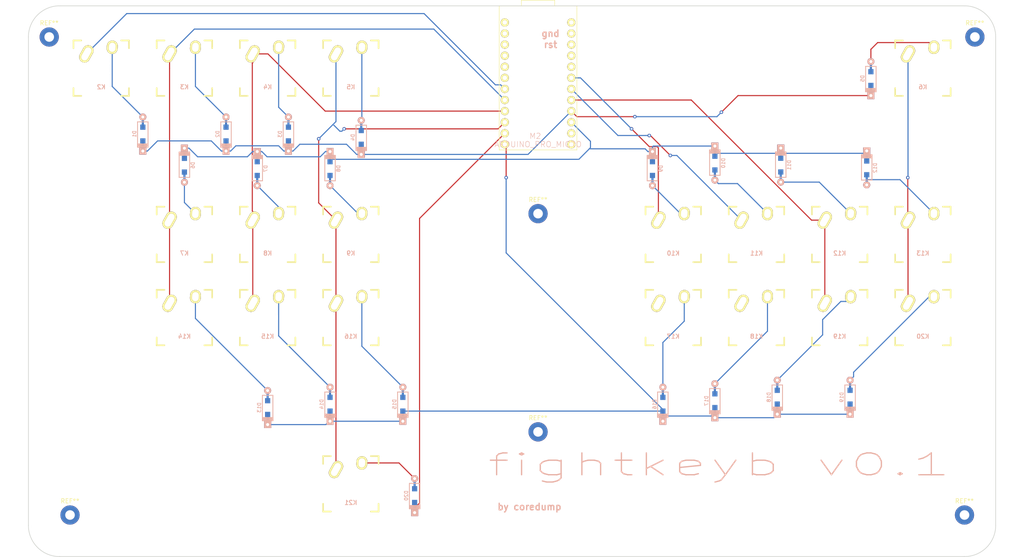
<source format=kicad_pcb>
(kicad_pcb (version 20171130) (host pcbnew 5.0.1)

  (general
    (thickness 1.6)
    (drawings 12)
    (tracks 190)
    (zones 0)
    (modules 47)
    (nets 46)
  )

  (page A4)
  (layers
    (0 F.Cu signal)
    (31 B.Cu signal)
    (32 B.Adhes user)
    (33 F.Adhes user)
    (34 B.Paste user)
    (35 F.Paste user)
    (36 B.SilkS user)
    (37 F.SilkS user)
    (38 B.Mask user)
    (39 F.Mask user)
    (40 Dwgs.User user)
    (41 Cmts.User user)
    (42 Eco1.User user)
    (43 Eco2.User user)
    (44 Edge.Cuts user)
    (45 Margin user)
    (46 B.CrtYd user)
    (47 F.CrtYd user)
    (48 B.Fab user)
    (49 F.Fab user)
  )

  (setup
    (last_trace_width 0.25)
    (trace_clearance 0.2)
    (zone_clearance 0.508)
    (zone_45_only no)
    (trace_min 0.2)
    (segment_width 0.2)
    (edge_width 0.15)
    (via_size 0.8)
    (via_drill 0.4)
    (via_min_size 0.4)
    (via_min_drill 0.3)
    (uvia_size 0.3)
    (uvia_drill 0.1)
    (uvias_allowed no)
    (uvia_min_size 0.2)
    (uvia_min_drill 0.1)
    (pcb_text_width 0.3)
    (pcb_text_size 1.5 1.5)
    (mod_edge_width 0.15)
    (mod_text_size 1 1)
    (mod_text_width 0.15)
    (pad_size 1.524 1.524)
    (pad_drill 0.762)
    (pad_to_mask_clearance 0.051)
    (solder_mask_min_width 0.25)
    (aux_axis_origin 0 0)
    (visible_elements FFFFFF7F)
    (pcbplotparams
      (layerselection 0x010fc_ffffffff)
      (usegerberextensions true)
      (usegerberattributes false)
      (usegerberadvancedattributes false)
      (creategerberjobfile false)
      (excludeedgelayer true)
      (linewidth 0.100000)
      (plotframeref false)
      (viasonmask false)
      (mode 1)
      (useauxorigin false)
      (hpglpennumber 1)
      (hpglpenspeed 20)
      (hpglpendiameter 15.000000)
      (psnegative false)
      (psa4output false)
      (plotreference true)
      (plotvalue true)
      (plotinvisibletext false)
      (padsonsilk false)
      (subtractmaskfromsilk false)
      (outputformat 1)
      (mirror false)
      (drillshape 0)
      (scaleselection 1)
      (outputdirectory "gerber/"))
  )

  (net 0 "")
  (net 1 "Net-(D1-Pad2)")
  (net 2 "Net-(D1-Pad1)")
  (net 3 "Net-(D2-Pad2)")
  (net 4 "Net-(D3-Pad2)")
  (net 5 "Net-(D4-Pad2)")
  (net 6 "Net-(D5-Pad2)")
  (net 7 "Net-(D6-Pad2)")
  (net 8 "Net-(D10-Pad1)")
  (net 9 "Net-(D7-Pad2)")
  (net 10 "Net-(D8-Pad2)")
  (net 11 "Net-(D9-Pad2)")
  (net 12 "Net-(D10-Pad2)")
  (net 13 "Net-(D11-Pad2)")
  (net 14 "Net-(D12-Pad2)")
  (net 15 "Net-(D13-Pad2)")
  (net 16 "Net-(D13-Pad1)")
  (net 17 "Net-(D14-Pad2)")
  (net 18 "Net-(D15-Pad2)")
  (net 19 "Net-(D16-Pad2)")
  (net 20 "Net-(D17-Pad2)")
  (net 21 "Net-(D18-Pad2)")
  (net 22 "Net-(D19-Pad2)")
  (net 23 "Net-(D20-Pad2)")
  (net 24 "Net-(D20-Pad1)")
  (net 25 "Net-(K2-Pad1)")
  (net 26 "Net-(K14-Pad1)")
  (net 27 "Net-(K15-Pad1)")
  (net 28 "Net-(K16-Pad1)")
  (net 29 "Net-(K13-Pad1)")
  (net 30 "Net-(K10-Pad1)")
  (net 31 "Net-(K11-Pad1)")
  (net 32 "Net-(K12-Pad1)")
  (net 33 "Net-(M2-Pad1)")
  (net 34 "Net-(M2-Pad2)")
  (net 35 "Net-(M2-Pad3)")
  (net 36 "Net-(M2-Pad4)")
  (net 37 "Net-(M2-Pad5)")
  (net 38 "Net-(M2-Pad6)")
  (net 39 "Net-(M2-Pad13)")
  (net 40 "Net-(M2-Pad14)")
  (net 41 "Net-(M2-Pad20)")
  (net 42 "Net-(M2-Pad21)")
  (net 43 "Net-(M1-PadP$3)")
  (net 44 "Net-(M1-PadP$4)")
  (net 45 "Net-(M2-Pad24)")

  (net_class Default "This is the default net class."
    (clearance 0.2)
    (trace_width 0.25)
    (via_dia 0.8)
    (via_drill 0.4)
    (uvia_dia 0.3)
    (uvia_drill 0.1)
    (add_net "Net-(D1-Pad1)")
    (add_net "Net-(D1-Pad2)")
    (add_net "Net-(D10-Pad1)")
    (add_net "Net-(D10-Pad2)")
    (add_net "Net-(D11-Pad2)")
    (add_net "Net-(D12-Pad2)")
    (add_net "Net-(D13-Pad1)")
    (add_net "Net-(D13-Pad2)")
    (add_net "Net-(D14-Pad2)")
    (add_net "Net-(D15-Pad2)")
    (add_net "Net-(D16-Pad2)")
    (add_net "Net-(D17-Pad2)")
    (add_net "Net-(D18-Pad2)")
    (add_net "Net-(D19-Pad2)")
    (add_net "Net-(D2-Pad2)")
    (add_net "Net-(D20-Pad1)")
    (add_net "Net-(D20-Pad2)")
    (add_net "Net-(D3-Pad2)")
    (add_net "Net-(D4-Pad2)")
    (add_net "Net-(D5-Pad2)")
    (add_net "Net-(D6-Pad2)")
    (add_net "Net-(D7-Pad2)")
    (add_net "Net-(D8-Pad2)")
    (add_net "Net-(D9-Pad2)")
    (add_net "Net-(K10-Pad1)")
    (add_net "Net-(K11-Pad1)")
    (add_net "Net-(K12-Pad1)")
    (add_net "Net-(K13-Pad1)")
    (add_net "Net-(K14-Pad1)")
    (add_net "Net-(K15-Pad1)")
    (add_net "Net-(K16-Pad1)")
    (add_net "Net-(K2-Pad1)")
    (add_net "Net-(M1-PadP$3)")
    (add_net "Net-(M1-PadP$4)")
    (add_net "Net-(M2-Pad1)")
    (add_net "Net-(M2-Pad13)")
    (add_net "Net-(M2-Pad14)")
    (add_net "Net-(M2-Pad2)")
    (add_net "Net-(M2-Pad20)")
    (add_net "Net-(M2-Pad21)")
    (add_net "Net-(M2-Pad24)")
    (add_net "Net-(M2-Pad3)")
    (add_net "Net-(M2-Pad4)")
    (add_net "Net-(M2-Pad5)")
    (add_net "Net-(M2-Pad6)")
  )

  (module SparkFun-Boards:ARDUINO_PRO_MICRO (layer F.Cu) (tedit 200000) (tstamp 5BFF7A85)
    (at 157.1625 35.56)
    (path /5BFF2F33)
    (attr virtual)
    (fp_text reference M2 (at -0.635 13.335) (layer B.SilkS)
      (effects (font (size 1.27 1.27) (thickness 0.1016)))
    )
    (fp_text value ARDUINO_PRO_MICRO (at 0 15.24) (layer B.SilkS)
      (effects (font (size 1.27 1.27) (thickness 0.1016)))
    )
    (fp_line (start 3.81 -17.78) (end 3.81 -16.51) (layer F.SilkS) (width 0.127))
    (fp_line (start -3.81 -17.78) (end 3.81 -17.78) (layer F.SilkS) (width 0.127))
    (fp_line (start -3.81 -16.51) (end -3.81 -17.78) (layer F.SilkS) (width 0.127))
    (fp_line (start 8.89 -16.51) (end -8.89 -16.51) (layer F.SilkS) (width 0.127))
    (fp_line (start 8.89 16.51) (end 8.89 -16.51) (layer F.SilkS) (width 0.127))
    (fp_line (start -8.89 16.51) (end 8.89 16.51) (layer F.SilkS) (width 0.127))
    (fp_line (start -8.89 -16.51) (end -8.89 16.51) (layer F.SilkS) (width 0.127))
    (pad 24 thru_hole circle (at 7.62 -12.7) (size 1.8796 1.8796) (drill 1.016) (layers F&B.Cu F.Paste F.SilkS F.Mask)
      (net 45 "Net-(M2-Pad24)"))
    (pad 23 thru_hole circle (at 7.62 -10.16) (size 1.8796 1.8796) (drill 1.016) (layers F&B.Cu F.Paste F.SilkS F.Mask)
      (net 44 "Net-(M1-PadP$4)"))
    (pad 22 thru_hole circle (at 7.62 -7.62) (size 1.8796 1.8796) (drill 1.016) (layers F&B.Cu F.Paste F.SilkS F.Mask)
      (net 43 "Net-(M1-PadP$3)"))
    (pad 21 thru_hole circle (at 7.62 -5.08) (size 1.8796 1.8796) (drill 1.016) (layers F&B.Cu F.Paste F.SilkS F.Mask)
      (net 42 "Net-(M2-Pad21)"))
    (pad 20 thru_hole circle (at 7.62 -2.54) (size 1.8796 1.8796) (drill 1.016) (layers F&B.Cu F.Paste F.SilkS F.Mask)
      (net 41 "Net-(M2-Pad20)"))
    (pad 19 thru_hole circle (at 7.62 0) (size 1.8796 1.8796) (drill 1.016) (layers F&B.Cu F.Paste F.SilkS F.Mask)
      (net 30 "Net-(K10-Pad1)"))
    (pad 18 thru_hole circle (at 7.62 2.54) (size 1.8796 1.8796) (drill 1.016) (layers F&B.Cu F.Paste F.SilkS F.Mask)
      (net 31 "Net-(K11-Pad1)"))
    (pad 17 thru_hole circle (at 7.62 5.08) (size 1.8796 1.8796) (drill 1.016) (layers F&B.Cu F.Paste F.SilkS F.Mask)
      (net 32 "Net-(K12-Pad1)"))
    (pad 16 thru_hole circle (at 7.62 7.62) (size 1.8796 1.8796) (drill 1.016) (layers F&B.Cu F.Paste F.SilkS F.Mask)
      (net 2 "Net-(D1-Pad1)"))
    (pad 15 thru_hole circle (at 7.62 10.16) (size 1.8796 1.8796) (drill 1.016) (layers F&B.Cu F.Paste F.SilkS F.Mask)
      (net 8 "Net-(D10-Pad1)"))
    (pad 14 thru_hole circle (at 7.62 12.7) (size 1.8796 1.8796) (drill 1.016) (layers F&B.Cu F.Paste F.SilkS F.Mask)
      (net 40 "Net-(M2-Pad14)"))
    (pad 13 thru_hole circle (at 7.62 15.24) (size 1.8796 1.8796) (drill 1.016) (layers F&B.Cu F.Paste F.SilkS F.Mask)
      (net 39 "Net-(M2-Pad13)"))
    (pad 12 thru_hole circle (at -7.62 15.24) (size 1.8796 1.8796) (drill 1.016) (layers F&B.Cu F.Paste F.SilkS F.Mask)
      (net 16 "Net-(D13-Pad1)"))
    (pad 11 thru_hole circle (at -7.62 12.7) (size 1.8796 1.8796) (drill 1.016) (layers F&B.Cu F.Paste F.SilkS F.Mask)
      (net 24 "Net-(D20-Pad1)"))
    (pad 10 thru_hole circle (at -7.62 10.16) (size 1.8796 1.8796) (drill 1.016) (layers F&B.Cu F.Paste F.SilkS F.Mask)
      (net 28 "Net-(K16-Pad1)"))
    (pad 9 thru_hole circle (at -7.62 7.62) (size 1.8796 1.8796) (drill 1.016) (layers F&B.Cu F.Paste F.SilkS F.Mask)
      (net 27 "Net-(K15-Pad1)"))
    (pad 8 thru_hole circle (at -7.62 5.08) (size 1.8796 1.8796) (drill 1.016) (layers F&B.Cu F.Paste F.SilkS F.Mask)
      (net 26 "Net-(K14-Pad1)"))
    (pad 7 thru_hole circle (at -7.62 2.54) (size 1.8796 1.8796) (drill 1.016) (layers F&B.Cu F.Paste F.SilkS F.Mask)
      (net 25 "Net-(K2-Pad1)"))
    (pad 6 thru_hole circle (at -7.62 0) (size 1.8796 1.8796) (drill 1.016) (layers F&B.Cu F.Paste F.SilkS F.Mask)
      (net 38 "Net-(M2-Pad6)"))
    (pad 5 thru_hole circle (at -7.62 -2.54) (size 1.8796 1.8796) (drill 1.016) (layers F&B.Cu F.Paste F.SilkS F.Mask)
      (net 37 "Net-(M2-Pad5)"))
    (pad 4 thru_hole circle (at -7.62 -5.08) (size 1.8796 1.8796) (drill 1.016) (layers F&B.Cu F.Paste F.SilkS F.Mask)
      (net 36 "Net-(M2-Pad4)"))
    (pad 3 thru_hole circle (at -7.62 -7.62) (size 1.8796 1.8796) (drill 1.016) (layers F&B.Cu F.Paste F.SilkS F.Mask)
      (net 35 "Net-(M2-Pad3)"))
    (pad 2 thru_hole circle (at -7.62 -10.16) (size 1.8796 1.8796) (drill 1.016) (layers F&B.Cu F.Paste F.SilkS F.Mask)
      (net 34 "Net-(M2-Pad2)"))
    (pad 1 thru_hole circle (at -7.62 -12.7) (size 1.8796 1.8796) (drill 1.016) (layers F&B.Cu F.Paste F.SilkS F.Mask)
      (net 33 "Net-(M2-Pad1)"))
  )

  (module keyboard_parts:D_SOD123_axial locked (layer B.Cu) (tedit 561B6A12) (tstamp 5C1DC156)
    (at 66.675 48.43125 90)
    (path /5BFF0818)
    (attr smd)
    (fp_text reference D1 (at 0 -1.925 90) (layer B.SilkS)
      (effects (font (size 0.8 0.8) (thickness 0.15)) (justify mirror))
    )
    (fp_text value D (at 0 1.925 90) (layer B.SilkS) hide
      (effects (font (size 0.8 0.8) (thickness 0.15)) (justify mirror))
    )
    (fp_line (start 2.8 -1.2) (end -3 -1.2) (layer B.SilkS) (width 0.2))
    (fp_line (start 2.8 1.2) (end 2.8 -1.2) (layer B.SilkS) (width 0.2))
    (fp_line (start -3 1.2) (end 2.8 1.2) (layer B.SilkS) (width 0.2))
    (fp_line (start -2.925 1.2) (end -2.925 -1.2) (layer B.SilkS) (width 0.2))
    (fp_line (start -2.8 1.2) (end -2.8 -1.2) (layer B.SilkS) (width 0.2))
    (fp_line (start -3.025 -1.2) (end -3.025 1.2) (layer B.SilkS) (width 0.2))
    (fp_line (start -2.625 1.2) (end -2.625 -1.2) (layer B.SilkS) (width 0.2))
    (fp_line (start -2.45 1.2) (end -2.45 -1.2) (layer B.SilkS) (width 0.2))
    (fp_line (start -2.275 1.2) (end -2.275 -1.2) (layer B.SilkS) (width 0.2))
    (pad 2 smd rect (at 2.7 0 90) (size 2.5 0.5) (layers B.Cu)
      (net 1 "Net-(D1-Pad2)") (solder_mask_margin -999))
    (pad 1 smd rect (at -2.7 0 90) (size 2.5 0.5) (layers B.Cu)
      (net 2 "Net-(D1-Pad1)") (solder_mask_margin -999))
    (pad 2 thru_hole circle (at 3.9 0 90) (size 1.6 1.6) (drill 0.7) (layers *.Cu *.Mask B.SilkS)
      (net 1 "Net-(D1-Pad2)"))
    (pad 1 thru_hole rect (at -3.9 0 90) (size 1.6 1.6) (drill 0.7) (layers *.Cu *.Mask B.SilkS)
      (net 2 "Net-(D1-Pad1)"))
    (pad 1 smd rect (at -1.575 0 90) (size 1.2 1.2) (layers B.Cu B.Paste B.Mask)
      (net 2 "Net-(D1-Pad1)"))
    (pad 2 smd rect (at 1.575 0 90) (size 1.2 1.2) (layers B.Cu B.Paste B.Mask)
      (net 1 "Net-(D1-Pad2)"))
  )

  (module keyboard_parts:D_SOD123_axial locked (layer B.Cu) (tedit 561B6A12) (tstamp 5C1DC169)
    (at 85.725 48.43125 90)
    (path /5BFF1CCD)
    (attr smd)
    (fp_text reference D2 (at 0 -1.925 90) (layer B.SilkS)
      (effects (font (size 0.8 0.8) (thickness 0.15)) (justify mirror))
    )
    (fp_text value D (at 0 1.925 90) (layer B.SilkS) hide
      (effects (font (size 0.8 0.8) (thickness 0.15)) (justify mirror))
    )
    (fp_line (start -2.275 1.2) (end -2.275 -1.2) (layer B.SilkS) (width 0.2))
    (fp_line (start -2.45 1.2) (end -2.45 -1.2) (layer B.SilkS) (width 0.2))
    (fp_line (start -2.625 1.2) (end -2.625 -1.2) (layer B.SilkS) (width 0.2))
    (fp_line (start -3.025 -1.2) (end -3.025 1.2) (layer B.SilkS) (width 0.2))
    (fp_line (start -2.8 1.2) (end -2.8 -1.2) (layer B.SilkS) (width 0.2))
    (fp_line (start -2.925 1.2) (end -2.925 -1.2) (layer B.SilkS) (width 0.2))
    (fp_line (start -3 1.2) (end 2.8 1.2) (layer B.SilkS) (width 0.2))
    (fp_line (start 2.8 1.2) (end 2.8 -1.2) (layer B.SilkS) (width 0.2))
    (fp_line (start 2.8 -1.2) (end -3 -1.2) (layer B.SilkS) (width 0.2))
    (pad 2 smd rect (at 1.575 0 90) (size 1.2 1.2) (layers B.Cu B.Paste B.Mask)
      (net 3 "Net-(D2-Pad2)"))
    (pad 1 smd rect (at -1.575 0 90) (size 1.2 1.2) (layers B.Cu B.Paste B.Mask)
      (net 2 "Net-(D1-Pad1)"))
    (pad 1 thru_hole rect (at -3.9 0 90) (size 1.6 1.6) (drill 0.7) (layers *.Cu *.Mask B.SilkS)
      (net 2 "Net-(D1-Pad1)"))
    (pad 2 thru_hole circle (at 3.9 0 90) (size 1.6 1.6) (drill 0.7) (layers *.Cu *.Mask B.SilkS)
      (net 3 "Net-(D2-Pad2)"))
    (pad 1 smd rect (at -2.7 0 90) (size 2.5 0.5) (layers B.Cu)
      (net 2 "Net-(D1-Pad1)") (solder_mask_margin -999))
    (pad 2 smd rect (at 2.7 0 90) (size 2.5 0.5) (layers B.Cu)
      (net 3 "Net-(D2-Pad2)") (solder_mask_margin -999))
  )

  (module keyboard_parts:D_SOD123_axial locked (layer B.Cu) (tedit 561B6A12) (tstamp 5C1DC17C)
    (at 100.0125 48.43125 90)
    (path /5BFF1D7F)
    (attr smd)
    (fp_text reference D3 (at 0 -1.925 90) (layer B.SilkS)
      (effects (font (size 0.8 0.8) (thickness 0.15)) (justify mirror))
    )
    (fp_text value D (at 0 1.925 90) (layer B.SilkS) hide
      (effects (font (size 0.8 0.8) (thickness 0.15)) (justify mirror))
    )
    (fp_line (start 2.8 -1.2) (end -3 -1.2) (layer B.SilkS) (width 0.2))
    (fp_line (start 2.8 1.2) (end 2.8 -1.2) (layer B.SilkS) (width 0.2))
    (fp_line (start -3 1.2) (end 2.8 1.2) (layer B.SilkS) (width 0.2))
    (fp_line (start -2.925 1.2) (end -2.925 -1.2) (layer B.SilkS) (width 0.2))
    (fp_line (start -2.8 1.2) (end -2.8 -1.2) (layer B.SilkS) (width 0.2))
    (fp_line (start -3.025 -1.2) (end -3.025 1.2) (layer B.SilkS) (width 0.2))
    (fp_line (start -2.625 1.2) (end -2.625 -1.2) (layer B.SilkS) (width 0.2))
    (fp_line (start -2.45 1.2) (end -2.45 -1.2) (layer B.SilkS) (width 0.2))
    (fp_line (start -2.275 1.2) (end -2.275 -1.2) (layer B.SilkS) (width 0.2))
    (pad 2 smd rect (at 2.7 0 90) (size 2.5 0.5) (layers B.Cu)
      (net 4 "Net-(D3-Pad2)") (solder_mask_margin -999))
    (pad 1 smd rect (at -2.7 0 90) (size 2.5 0.5) (layers B.Cu)
      (net 2 "Net-(D1-Pad1)") (solder_mask_margin -999))
    (pad 2 thru_hole circle (at 3.9 0 90) (size 1.6 1.6) (drill 0.7) (layers *.Cu *.Mask B.SilkS)
      (net 4 "Net-(D3-Pad2)"))
    (pad 1 thru_hole rect (at -3.9 0 90) (size 1.6 1.6) (drill 0.7) (layers *.Cu *.Mask B.SilkS)
      (net 2 "Net-(D1-Pad1)"))
    (pad 1 smd rect (at -1.575 0 90) (size 1.2 1.2) (layers B.Cu B.Paste B.Mask)
      (net 2 "Net-(D1-Pad1)"))
    (pad 2 smd rect (at 1.575 0 90) (size 1.2 1.2) (layers B.Cu B.Paste B.Mask)
      (net 4 "Net-(D3-Pad2)"))
  )

  (module keyboard_parts:D_SOD123_axial locked (layer B.Cu) (tedit 561B6A12) (tstamp 5C1DC18F)
    (at 116.68125 49.2 90)
    (path /5BFF1E01)
    (attr smd)
    (fp_text reference D4 (at 0 -1.925 90) (layer B.SilkS)
      (effects (font (size 0.8 0.8) (thickness 0.15)) (justify mirror))
    )
    (fp_text value D (at 0 1.925 90) (layer B.SilkS) hide
      (effects (font (size 0.8 0.8) (thickness 0.15)) (justify mirror))
    )
    (fp_line (start -2.275 1.2) (end -2.275 -1.2) (layer B.SilkS) (width 0.2))
    (fp_line (start -2.45 1.2) (end -2.45 -1.2) (layer B.SilkS) (width 0.2))
    (fp_line (start -2.625 1.2) (end -2.625 -1.2) (layer B.SilkS) (width 0.2))
    (fp_line (start -3.025 -1.2) (end -3.025 1.2) (layer B.SilkS) (width 0.2))
    (fp_line (start -2.8 1.2) (end -2.8 -1.2) (layer B.SilkS) (width 0.2))
    (fp_line (start -2.925 1.2) (end -2.925 -1.2) (layer B.SilkS) (width 0.2))
    (fp_line (start -3 1.2) (end 2.8 1.2) (layer B.SilkS) (width 0.2))
    (fp_line (start 2.8 1.2) (end 2.8 -1.2) (layer B.SilkS) (width 0.2))
    (fp_line (start 2.8 -1.2) (end -3 -1.2) (layer B.SilkS) (width 0.2))
    (pad 2 smd rect (at 1.575 0 90) (size 1.2 1.2) (layers B.Cu B.Paste B.Mask)
      (net 5 "Net-(D4-Pad2)"))
    (pad 1 smd rect (at -1.575 0 90) (size 1.2 1.2) (layers B.Cu B.Paste B.Mask)
      (net 2 "Net-(D1-Pad1)"))
    (pad 1 thru_hole rect (at -3.9 0 90) (size 1.6 1.6) (drill 0.7) (layers *.Cu *.Mask B.SilkS)
      (net 2 "Net-(D1-Pad1)"))
    (pad 2 thru_hole circle (at 3.9 0 90) (size 1.6 1.6) (drill 0.7) (layers *.Cu *.Mask B.SilkS)
      (net 5 "Net-(D4-Pad2)"))
    (pad 1 smd rect (at -2.7 0 90) (size 2.5 0.5) (layers B.Cu)
      (net 2 "Net-(D1-Pad1)") (solder_mask_margin -999))
    (pad 2 smd rect (at 2.7 0 90) (size 2.5 0.5) (layers B.Cu)
      (net 5 "Net-(D4-Pad2)") (solder_mask_margin -999))
  )

  (module keyboard_parts:D_SOD123_axial locked (layer B.Cu) (tedit 561B6A12) (tstamp 5C1DC1A2)
    (at 233.3625 35.71875 90)
    (path /5BFF222B)
    (attr smd)
    (fp_text reference D5 (at 0 -1.925 90) (layer B.SilkS)
      (effects (font (size 0.8 0.8) (thickness 0.15)) (justify mirror))
    )
    (fp_text value D (at 0 1.925 90) (layer B.SilkS) hide
      (effects (font (size 0.8 0.8) (thickness 0.15)) (justify mirror))
    )
    (fp_line (start 2.8 -1.2) (end -3 -1.2) (layer B.SilkS) (width 0.2))
    (fp_line (start 2.8 1.2) (end 2.8 -1.2) (layer B.SilkS) (width 0.2))
    (fp_line (start -3 1.2) (end 2.8 1.2) (layer B.SilkS) (width 0.2))
    (fp_line (start -2.925 1.2) (end -2.925 -1.2) (layer B.SilkS) (width 0.2))
    (fp_line (start -2.8 1.2) (end -2.8 -1.2) (layer B.SilkS) (width 0.2))
    (fp_line (start -3.025 -1.2) (end -3.025 1.2) (layer B.SilkS) (width 0.2))
    (fp_line (start -2.625 1.2) (end -2.625 -1.2) (layer B.SilkS) (width 0.2))
    (fp_line (start -2.45 1.2) (end -2.45 -1.2) (layer B.SilkS) (width 0.2))
    (fp_line (start -2.275 1.2) (end -2.275 -1.2) (layer B.SilkS) (width 0.2))
    (pad 2 smd rect (at 2.7 0 90) (size 2.5 0.5) (layers B.Cu)
      (net 6 "Net-(D5-Pad2)") (solder_mask_margin -999))
    (pad 1 smd rect (at -2.7 0 90) (size 2.5 0.5) (layers B.Cu)
      (net 2 "Net-(D1-Pad1)") (solder_mask_margin -999))
    (pad 2 thru_hole circle (at 3.9 0 90) (size 1.6 1.6) (drill 0.7) (layers *.Cu *.Mask B.SilkS)
      (net 6 "Net-(D5-Pad2)"))
    (pad 1 thru_hole rect (at -3.9 0 90) (size 1.6 1.6) (drill 0.7) (layers *.Cu *.Mask B.SilkS)
      (net 2 "Net-(D1-Pad1)"))
    (pad 1 smd rect (at -1.575 0 90) (size 1.2 1.2) (layers B.Cu B.Paste B.Mask)
      (net 2 "Net-(D1-Pad1)"))
    (pad 2 smd rect (at 1.575 0 90) (size 1.2 1.2) (layers B.Cu B.Paste B.Mask)
      (net 6 "Net-(D5-Pad2)"))
  )

  (module keyboard_parts:D_SOD123_axial locked (layer B.Cu) (tedit 561B6A12) (tstamp 5C1DC1B5)
    (at 76.2 55.575 270)
    (path /5BFF1ED3)
    (attr smd)
    (fp_text reference D6 (at 0 -1.925 270) (layer B.SilkS)
      (effects (font (size 0.8 0.8) (thickness 0.15)) (justify mirror))
    )
    (fp_text value D (at 0 1.925 270) (layer B.SilkS) hide
      (effects (font (size 0.8 0.8) (thickness 0.15)) (justify mirror))
    )
    (fp_line (start 2.8 -1.2) (end -3 -1.2) (layer B.SilkS) (width 0.2))
    (fp_line (start 2.8 1.2) (end 2.8 -1.2) (layer B.SilkS) (width 0.2))
    (fp_line (start -3 1.2) (end 2.8 1.2) (layer B.SilkS) (width 0.2))
    (fp_line (start -2.925 1.2) (end -2.925 -1.2) (layer B.SilkS) (width 0.2))
    (fp_line (start -2.8 1.2) (end -2.8 -1.2) (layer B.SilkS) (width 0.2))
    (fp_line (start -3.025 -1.2) (end -3.025 1.2) (layer B.SilkS) (width 0.2))
    (fp_line (start -2.625 1.2) (end -2.625 -1.2) (layer B.SilkS) (width 0.2))
    (fp_line (start -2.45 1.2) (end -2.45 -1.2) (layer B.SilkS) (width 0.2))
    (fp_line (start -2.275 1.2) (end -2.275 -1.2) (layer B.SilkS) (width 0.2))
    (pad 2 smd rect (at 2.7 0 270) (size 2.5 0.5) (layers B.Cu)
      (net 7 "Net-(D6-Pad2)") (solder_mask_margin -999))
    (pad 1 smd rect (at -2.7 0 270) (size 2.5 0.5) (layers B.Cu)
      (net 8 "Net-(D10-Pad1)") (solder_mask_margin -999))
    (pad 2 thru_hole circle (at 3.9 0 270) (size 1.6 1.6) (drill 0.7) (layers *.Cu *.Mask B.SilkS)
      (net 7 "Net-(D6-Pad2)"))
    (pad 1 thru_hole rect (at -3.9 0 270) (size 1.6 1.6) (drill 0.7) (layers *.Cu *.Mask B.SilkS)
      (net 8 "Net-(D10-Pad1)"))
    (pad 1 smd rect (at -1.575 0 270) (size 1.2 1.2) (layers B.Cu B.Paste B.Mask)
      (net 8 "Net-(D10-Pad1)"))
    (pad 2 smd rect (at 1.575 0 270) (size 1.2 1.2) (layers B.Cu B.Paste B.Mask)
      (net 7 "Net-(D6-Pad2)"))
  )

  (module keyboard_parts:D_SOD123_axial locked (layer B.Cu) (tedit 561B6A12) (tstamp 5C1DC1C8)
    (at 92.86875 56.34375 270)
    (path /5BFF1F43)
    (attr smd)
    (fp_text reference D7 (at 0 -1.925 270) (layer B.SilkS)
      (effects (font (size 0.8 0.8) (thickness 0.15)) (justify mirror))
    )
    (fp_text value D (at 0 1.925 270) (layer B.SilkS) hide
      (effects (font (size 0.8 0.8) (thickness 0.15)) (justify mirror))
    )
    (fp_line (start -2.275 1.2) (end -2.275 -1.2) (layer B.SilkS) (width 0.2))
    (fp_line (start -2.45 1.2) (end -2.45 -1.2) (layer B.SilkS) (width 0.2))
    (fp_line (start -2.625 1.2) (end -2.625 -1.2) (layer B.SilkS) (width 0.2))
    (fp_line (start -3.025 -1.2) (end -3.025 1.2) (layer B.SilkS) (width 0.2))
    (fp_line (start -2.8 1.2) (end -2.8 -1.2) (layer B.SilkS) (width 0.2))
    (fp_line (start -2.925 1.2) (end -2.925 -1.2) (layer B.SilkS) (width 0.2))
    (fp_line (start -3 1.2) (end 2.8 1.2) (layer B.SilkS) (width 0.2))
    (fp_line (start 2.8 1.2) (end 2.8 -1.2) (layer B.SilkS) (width 0.2))
    (fp_line (start 2.8 -1.2) (end -3 -1.2) (layer B.SilkS) (width 0.2))
    (pad 2 smd rect (at 1.575 0 270) (size 1.2 1.2) (layers B.Cu B.Paste B.Mask)
      (net 9 "Net-(D7-Pad2)"))
    (pad 1 smd rect (at -1.575 0 270) (size 1.2 1.2) (layers B.Cu B.Paste B.Mask)
      (net 8 "Net-(D10-Pad1)"))
    (pad 1 thru_hole rect (at -3.9 0 270) (size 1.6 1.6) (drill 0.7) (layers *.Cu *.Mask B.SilkS)
      (net 8 "Net-(D10-Pad1)"))
    (pad 2 thru_hole circle (at 3.9 0 270) (size 1.6 1.6) (drill 0.7) (layers *.Cu *.Mask B.SilkS)
      (net 9 "Net-(D7-Pad2)"))
    (pad 1 smd rect (at -2.7 0 270) (size 2.5 0.5) (layers B.Cu)
      (net 8 "Net-(D10-Pad1)") (solder_mask_margin -999))
    (pad 2 smd rect (at 2.7 0 270) (size 2.5 0.5) (layers B.Cu)
      (net 9 "Net-(D7-Pad2)") (solder_mask_margin -999))
  )

  (module keyboard_parts:D_SOD123_axial locked (layer B.Cu) (tedit 561B6A12) (tstamp 5C1DC1DB)
    (at 109.5375 56.34375 270)
    (path /5BFF1FC3)
    (attr smd)
    (fp_text reference D8 (at 0 -1.925 270) (layer B.SilkS)
      (effects (font (size 0.8 0.8) (thickness 0.15)) (justify mirror))
    )
    (fp_text value D (at 0 1.925 270) (layer B.SilkS) hide
      (effects (font (size 0.8 0.8) (thickness 0.15)) (justify mirror))
    )
    (fp_line (start 2.8 -1.2) (end -3 -1.2) (layer B.SilkS) (width 0.2))
    (fp_line (start 2.8 1.2) (end 2.8 -1.2) (layer B.SilkS) (width 0.2))
    (fp_line (start -3 1.2) (end 2.8 1.2) (layer B.SilkS) (width 0.2))
    (fp_line (start -2.925 1.2) (end -2.925 -1.2) (layer B.SilkS) (width 0.2))
    (fp_line (start -2.8 1.2) (end -2.8 -1.2) (layer B.SilkS) (width 0.2))
    (fp_line (start -3.025 -1.2) (end -3.025 1.2) (layer B.SilkS) (width 0.2))
    (fp_line (start -2.625 1.2) (end -2.625 -1.2) (layer B.SilkS) (width 0.2))
    (fp_line (start -2.45 1.2) (end -2.45 -1.2) (layer B.SilkS) (width 0.2))
    (fp_line (start -2.275 1.2) (end -2.275 -1.2) (layer B.SilkS) (width 0.2))
    (pad 2 smd rect (at 2.7 0 270) (size 2.5 0.5) (layers B.Cu)
      (net 10 "Net-(D8-Pad2)") (solder_mask_margin -999))
    (pad 1 smd rect (at -2.7 0 270) (size 2.5 0.5) (layers B.Cu)
      (net 8 "Net-(D10-Pad1)") (solder_mask_margin -999))
    (pad 2 thru_hole circle (at 3.9 0 270) (size 1.6 1.6) (drill 0.7) (layers *.Cu *.Mask B.SilkS)
      (net 10 "Net-(D8-Pad2)"))
    (pad 1 thru_hole rect (at -3.9 0 270) (size 1.6 1.6) (drill 0.7) (layers *.Cu *.Mask B.SilkS)
      (net 8 "Net-(D10-Pad1)"))
    (pad 1 smd rect (at -1.575 0 270) (size 1.2 1.2) (layers B.Cu B.Paste B.Mask)
      (net 8 "Net-(D10-Pad1)"))
    (pad 2 smd rect (at 1.575 0 270) (size 1.2 1.2) (layers B.Cu B.Paste B.Mask)
      (net 10 "Net-(D8-Pad2)"))
  )

  (module keyboard_parts:D_SOD123_axial locked (layer B.Cu) (tedit 561B6A12) (tstamp 5C1DC1EE)
    (at 183.35625 56.34375 270)
    (path /5BFF2035)
    (attr smd)
    (fp_text reference D9 (at 0 -1.925 270) (layer B.SilkS)
      (effects (font (size 0.8 0.8) (thickness 0.15)) (justify mirror))
    )
    (fp_text value D (at 0 1.925 270) (layer B.SilkS) hide
      (effects (font (size 0.8 0.8) (thickness 0.15)) (justify mirror))
    )
    (fp_line (start -2.275 1.2) (end -2.275 -1.2) (layer B.SilkS) (width 0.2))
    (fp_line (start -2.45 1.2) (end -2.45 -1.2) (layer B.SilkS) (width 0.2))
    (fp_line (start -2.625 1.2) (end -2.625 -1.2) (layer B.SilkS) (width 0.2))
    (fp_line (start -3.025 -1.2) (end -3.025 1.2) (layer B.SilkS) (width 0.2))
    (fp_line (start -2.8 1.2) (end -2.8 -1.2) (layer B.SilkS) (width 0.2))
    (fp_line (start -2.925 1.2) (end -2.925 -1.2) (layer B.SilkS) (width 0.2))
    (fp_line (start -3 1.2) (end 2.8 1.2) (layer B.SilkS) (width 0.2))
    (fp_line (start 2.8 1.2) (end 2.8 -1.2) (layer B.SilkS) (width 0.2))
    (fp_line (start 2.8 -1.2) (end -3 -1.2) (layer B.SilkS) (width 0.2))
    (pad 2 smd rect (at 1.575 0 270) (size 1.2 1.2) (layers B.Cu B.Paste B.Mask)
      (net 11 "Net-(D9-Pad2)"))
    (pad 1 smd rect (at -1.575 0 270) (size 1.2 1.2) (layers B.Cu B.Paste B.Mask)
      (net 8 "Net-(D10-Pad1)"))
    (pad 1 thru_hole rect (at -3.9 0 270) (size 1.6 1.6) (drill 0.7) (layers *.Cu *.Mask B.SilkS)
      (net 8 "Net-(D10-Pad1)"))
    (pad 2 thru_hole circle (at 3.9 0 270) (size 1.6 1.6) (drill 0.7) (layers *.Cu *.Mask B.SilkS)
      (net 11 "Net-(D9-Pad2)"))
    (pad 1 smd rect (at -2.7 0 270) (size 2.5 0.5) (layers B.Cu)
      (net 8 "Net-(D10-Pad1)") (solder_mask_margin -999))
    (pad 2 smd rect (at 2.7 0 270) (size 2.5 0.5) (layers B.Cu)
      (net 11 "Net-(D9-Pad2)") (solder_mask_margin -999))
  )

  (module keyboard_parts:D_SOD123_axial locked (layer B.Cu) (tedit 561B6A12) (tstamp 5C1DC201)
    (at 197.64375 55.0875 270)
    (path /5BFF20C5)
    (attr smd)
    (fp_text reference D10 (at 0 -1.925 270) (layer B.SilkS)
      (effects (font (size 0.8 0.8) (thickness 0.15)) (justify mirror))
    )
    (fp_text value D (at 0 1.925 270) (layer B.SilkS) hide
      (effects (font (size 0.8 0.8) (thickness 0.15)) (justify mirror))
    )
    (fp_line (start 2.8 -1.2) (end -3 -1.2) (layer B.SilkS) (width 0.2))
    (fp_line (start 2.8 1.2) (end 2.8 -1.2) (layer B.SilkS) (width 0.2))
    (fp_line (start -3 1.2) (end 2.8 1.2) (layer B.SilkS) (width 0.2))
    (fp_line (start -2.925 1.2) (end -2.925 -1.2) (layer B.SilkS) (width 0.2))
    (fp_line (start -2.8 1.2) (end -2.8 -1.2) (layer B.SilkS) (width 0.2))
    (fp_line (start -3.025 -1.2) (end -3.025 1.2) (layer B.SilkS) (width 0.2))
    (fp_line (start -2.625 1.2) (end -2.625 -1.2) (layer B.SilkS) (width 0.2))
    (fp_line (start -2.45 1.2) (end -2.45 -1.2) (layer B.SilkS) (width 0.2))
    (fp_line (start -2.275 1.2) (end -2.275 -1.2) (layer B.SilkS) (width 0.2))
    (pad 2 smd rect (at 2.7 0 270) (size 2.5 0.5) (layers B.Cu)
      (net 12 "Net-(D10-Pad2)") (solder_mask_margin -999))
    (pad 1 smd rect (at -2.7 0 270) (size 2.5 0.5) (layers B.Cu)
      (net 8 "Net-(D10-Pad1)") (solder_mask_margin -999))
    (pad 2 thru_hole circle (at 3.9 0 270) (size 1.6 1.6) (drill 0.7) (layers *.Cu *.Mask B.SilkS)
      (net 12 "Net-(D10-Pad2)"))
    (pad 1 thru_hole rect (at -3.9 0 270) (size 1.6 1.6) (drill 0.7) (layers *.Cu *.Mask B.SilkS)
      (net 8 "Net-(D10-Pad1)"))
    (pad 1 smd rect (at -1.575 0 270) (size 1.2 1.2) (layers B.Cu B.Paste B.Mask)
      (net 8 "Net-(D10-Pad1)"))
    (pad 2 smd rect (at 1.575 0 270) (size 1.2 1.2) (layers B.Cu B.Paste B.Mask)
      (net 12 "Net-(D10-Pad2)"))
  )

  (module keyboard_parts:D_SOD123_axial locked (layer B.Cu) (tedit 561B6A12) (tstamp 5C1DC214)
    (at 212.725 55.55 270)
    (path /5BFF213F)
    (attr smd)
    (fp_text reference D11 (at 0 -1.925 270) (layer B.SilkS)
      (effects (font (size 0.8 0.8) (thickness 0.15)) (justify mirror))
    )
    (fp_text value D (at 0 1.925 270) (layer B.SilkS) hide
      (effects (font (size 0.8 0.8) (thickness 0.15)) (justify mirror))
    )
    (fp_line (start -2.275 1.2) (end -2.275 -1.2) (layer B.SilkS) (width 0.2))
    (fp_line (start -2.45 1.2) (end -2.45 -1.2) (layer B.SilkS) (width 0.2))
    (fp_line (start -2.625 1.2) (end -2.625 -1.2) (layer B.SilkS) (width 0.2))
    (fp_line (start -3.025 -1.2) (end -3.025 1.2) (layer B.SilkS) (width 0.2))
    (fp_line (start -2.8 1.2) (end -2.8 -1.2) (layer B.SilkS) (width 0.2))
    (fp_line (start -2.925 1.2) (end -2.925 -1.2) (layer B.SilkS) (width 0.2))
    (fp_line (start -3 1.2) (end 2.8 1.2) (layer B.SilkS) (width 0.2))
    (fp_line (start 2.8 1.2) (end 2.8 -1.2) (layer B.SilkS) (width 0.2))
    (fp_line (start 2.8 -1.2) (end -3 -1.2) (layer B.SilkS) (width 0.2))
    (pad 2 smd rect (at 1.575 0 270) (size 1.2 1.2) (layers B.Cu B.Paste B.Mask)
      (net 13 "Net-(D11-Pad2)"))
    (pad 1 smd rect (at -1.575 0 270) (size 1.2 1.2) (layers B.Cu B.Paste B.Mask)
      (net 8 "Net-(D10-Pad1)"))
    (pad 1 thru_hole rect (at -3.9 0 270) (size 1.6 1.6) (drill 0.7) (layers *.Cu *.Mask B.SilkS)
      (net 8 "Net-(D10-Pad1)"))
    (pad 2 thru_hole circle (at 3.9 0 270) (size 1.6 1.6) (drill 0.7) (layers *.Cu *.Mask B.SilkS)
      (net 13 "Net-(D11-Pad2)"))
    (pad 1 smd rect (at -2.7 0 270) (size 2.5 0.5) (layers B.Cu)
      (net 8 "Net-(D10-Pad1)") (solder_mask_margin -999))
    (pad 2 smd rect (at 2.7 0 270) (size 2.5 0.5) (layers B.Cu)
      (net 13 "Net-(D11-Pad2)") (solder_mask_margin -999))
  )

  (module keyboard_parts:D_SOD123_axial locked (layer B.Cu) (tedit 561B6A12) (tstamp 5C1DC227)
    (at 232.41 56.185 270)
    (path /5BFF21B3)
    (attr smd)
    (fp_text reference D12 (at 0 -1.925 270) (layer B.SilkS)
      (effects (font (size 0.8 0.8) (thickness 0.15)) (justify mirror))
    )
    (fp_text value D (at 0 1.925 270) (layer B.SilkS) hide
      (effects (font (size 0.8 0.8) (thickness 0.15)) (justify mirror))
    )
    (fp_line (start -2.275 1.2) (end -2.275 -1.2) (layer B.SilkS) (width 0.2))
    (fp_line (start -2.45 1.2) (end -2.45 -1.2) (layer B.SilkS) (width 0.2))
    (fp_line (start -2.625 1.2) (end -2.625 -1.2) (layer B.SilkS) (width 0.2))
    (fp_line (start -3.025 -1.2) (end -3.025 1.2) (layer B.SilkS) (width 0.2))
    (fp_line (start -2.8 1.2) (end -2.8 -1.2) (layer B.SilkS) (width 0.2))
    (fp_line (start -2.925 1.2) (end -2.925 -1.2) (layer B.SilkS) (width 0.2))
    (fp_line (start -3 1.2) (end 2.8 1.2) (layer B.SilkS) (width 0.2))
    (fp_line (start 2.8 1.2) (end 2.8 -1.2) (layer B.SilkS) (width 0.2))
    (fp_line (start 2.8 -1.2) (end -3 -1.2) (layer B.SilkS) (width 0.2))
    (pad 2 smd rect (at 1.575 0 270) (size 1.2 1.2) (layers B.Cu B.Paste B.Mask)
      (net 14 "Net-(D12-Pad2)"))
    (pad 1 smd rect (at -1.575 0 270) (size 1.2 1.2) (layers B.Cu B.Paste B.Mask)
      (net 8 "Net-(D10-Pad1)"))
    (pad 1 thru_hole rect (at -3.9 0 270) (size 1.6 1.6) (drill 0.7) (layers *.Cu *.Mask B.SilkS)
      (net 8 "Net-(D10-Pad1)"))
    (pad 2 thru_hole circle (at 3.9 0 270) (size 1.6 1.6) (drill 0.7) (layers *.Cu *.Mask B.SilkS)
      (net 14 "Net-(D12-Pad2)"))
    (pad 1 smd rect (at -2.7 0 270) (size 2.5 0.5) (layers B.Cu)
      (net 8 "Net-(D10-Pad1)") (solder_mask_margin -999))
    (pad 2 smd rect (at 2.7 0 270) (size 2.5 0.5) (layers B.Cu)
      (net 14 "Net-(D12-Pad2)") (solder_mask_margin -999))
  )

  (module keyboard_parts:D_SOD123_axial locked (layer B.Cu) (tedit 561B6A12) (tstamp 5C1DC23A)
    (at 95.25 111.1125 90)
    (path /5BFF229B)
    (attr smd)
    (fp_text reference D13 (at 0 -1.925 90) (layer B.SilkS)
      (effects (font (size 0.8 0.8) (thickness 0.15)) (justify mirror))
    )
    (fp_text value D (at 0 1.925 90) (layer B.SilkS) hide
      (effects (font (size 0.8 0.8) (thickness 0.15)) (justify mirror))
    )
    (fp_line (start -2.275 1.2) (end -2.275 -1.2) (layer B.SilkS) (width 0.2))
    (fp_line (start -2.45 1.2) (end -2.45 -1.2) (layer B.SilkS) (width 0.2))
    (fp_line (start -2.625 1.2) (end -2.625 -1.2) (layer B.SilkS) (width 0.2))
    (fp_line (start -3.025 -1.2) (end -3.025 1.2) (layer B.SilkS) (width 0.2))
    (fp_line (start -2.8 1.2) (end -2.8 -1.2) (layer B.SilkS) (width 0.2))
    (fp_line (start -2.925 1.2) (end -2.925 -1.2) (layer B.SilkS) (width 0.2))
    (fp_line (start -3 1.2) (end 2.8 1.2) (layer B.SilkS) (width 0.2))
    (fp_line (start 2.8 1.2) (end 2.8 -1.2) (layer B.SilkS) (width 0.2))
    (fp_line (start 2.8 -1.2) (end -3 -1.2) (layer B.SilkS) (width 0.2))
    (pad 2 smd rect (at 1.575 0 90) (size 1.2 1.2) (layers B.Cu B.Paste B.Mask)
      (net 15 "Net-(D13-Pad2)"))
    (pad 1 smd rect (at -1.575 0 90) (size 1.2 1.2) (layers B.Cu B.Paste B.Mask)
      (net 16 "Net-(D13-Pad1)"))
    (pad 1 thru_hole rect (at -3.9 0 90) (size 1.6 1.6) (drill 0.7) (layers *.Cu *.Mask B.SilkS)
      (net 16 "Net-(D13-Pad1)"))
    (pad 2 thru_hole circle (at 3.9 0 90) (size 1.6 1.6) (drill 0.7) (layers *.Cu *.Mask B.SilkS)
      (net 15 "Net-(D13-Pad2)"))
    (pad 1 smd rect (at -2.7 0 90) (size 2.5 0.5) (layers B.Cu)
      (net 16 "Net-(D13-Pad1)") (solder_mask_margin -999))
    (pad 2 smd rect (at 2.7 0 90) (size 2.5 0.5) (layers B.Cu)
      (net 15 "Net-(D13-Pad2)") (solder_mask_margin -999))
  )

  (module keyboard_parts:D_SOD123_axial locked (layer B.Cu) (tedit 561B6A12) (tstamp 5C1DC24D)
    (at 109.5375 110.34375 90)
    (path /5BFF230B)
    (attr smd)
    (fp_text reference D14 (at 0 -1.925 90) (layer B.SilkS)
      (effects (font (size 0.8 0.8) (thickness 0.15)) (justify mirror))
    )
    (fp_text value D (at 0 1.925 90) (layer B.SilkS) hide
      (effects (font (size 0.8 0.8) (thickness 0.15)) (justify mirror))
    )
    (fp_line (start 2.8 -1.2) (end -3 -1.2) (layer B.SilkS) (width 0.2))
    (fp_line (start 2.8 1.2) (end 2.8 -1.2) (layer B.SilkS) (width 0.2))
    (fp_line (start -3 1.2) (end 2.8 1.2) (layer B.SilkS) (width 0.2))
    (fp_line (start -2.925 1.2) (end -2.925 -1.2) (layer B.SilkS) (width 0.2))
    (fp_line (start -2.8 1.2) (end -2.8 -1.2) (layer B.SilkS) (width 0.2))
    (fp_line (start -3.025 -1.2) (end -3.025 1.2) (layer B.SilkS) (width 0.2))
    (fp_line (start -2.625 1.2) (end -2.625 -1.2) (layer B.SilkS) (width 0.2))
    (fp_line (start -2.45 1.2) (end -2.45 -1.2) (layer B.SilkS) (width 0.2))
    (fp_line (start -2.275 1.2) (end -2.275 -1.2) (layer B.SilkS) (width 0.2))
    (pad 2 smd rect (at 2.7 0 90) (size 2.5 0.5) (layers B.Cu)
      (net 17 "Net-(D14-Pad2)") (solder_mask_margin -999))
    (pad 1 smd rect (at -2.7 0 90) (size 2.5 0.5) (layers B.Cu)
      (net 16 "Net-(D13-Pad1)") (solder_mask_margin -999))
    (pad 2 thru_hole circle (at 3.9 0 90) (size 1.6 1.6) (drill 0.7) (layers *.Cu *.Mask B.SilkS)
      (net 17 "Net-(D14-Pad2)"))
    (pad 1 thru_hole rect (at -3.9 0 90) (size 1.6 1.6) (drill 0.7) (layers *.Cu *.Mask B.SilkS)
      (net 16 "Net-(D13-Pad1)"))
    (pad 1 smd rect (at -1.575 0 90) (size 1.2 1.2) (layers B.Cu B.Paste B.Mask)
      (net 16 "Net-(D13-Pad1)"))
    (pad 2 smd rect (at 1.575 0 90) (size 1.2 1.2) (layers B.Cu B.Paste B.Mask)
      (net 17 "Net-(D14-Pad2)"))
  )

  (module keyboard_parts:D_SOD123_axial locked (layer B.Cu) (tedit 561B6A12) (tstamp 5C1E2B24)
    (at 126.20625 110.34375 90)
    (path /5BFF239D)
    (attr smd)
    (fp_text reference D15 (at 0 -1.925 90) (layer B.SilkS)
      (effects (font (size 0.8 0.8) (thickness 0.15)) (justify mirror))
    )
    (fp_text value D (at 0 1.925 90) (layer B.SilkS) hide
      (effects (font (size 0.8 0.8) (thickness 0.15)) (justify mirror))
    )
    (fp_line (start -2.275 1.2) (end -2.275 -1.2) (layer B.SilkS) (width 0.2))
    (fp_line (start -2.45 1.2) (end -2.45 -1.2) (layer B.SilkS) (width 0.2))
    (fp_line (start -2.625 1.2) (end -2.625 -1.2) (layer B.SilkS) (width 0.2))
    (fp_line (start -3.025 -1.2) (end -3.025 1.2) (layer B.SilkS) (width 0.2))
    (fp_line (start -2.8 1.2) (end -2.8 -1.2) (layer B.SilkS) (width 0.2))
    (fp_line (start -2.925 1.2) (end -2.925 -1.2) (layer B.SilkS) (width 0.2))
    (fp_line (start -3 1.2) (end 2.8 1.2) (layer B.SilkS) (width 0.2))
    (fp_line (start 2.8 1.2) (end 2.8 -1.2) (layer B.SilkS) (width 0.2))
    (fp_line (start 2.8 -1.2) (end -3 -1.2) (layer B.SilkS) (width 0.2))
    (pad 2 smd rect (at 1.575 0 90) (size 1.2 1.2) (layers B.Cu B.Paste B.Mask)
      (net 18 "Net-(D15-Pad2)"))
    (pad 1 smd rect (at -1.575 0 90) (size 1.2 1.2) (layers B.Cu B.Paste B.Mask)
      (net 16 "Net-(D13-Pad1)"))
    (pad 1 thru_hole rect (at -3.9 0 90) (size 1.6 1.6) (drill 0.7) (layers *.Cu *.Mask B.SilkS)
      (net 16 "Net-(D13-Pad1)"))
    (pad 2 thru_hole circle (at 3.9 0 90) (size 1.6 1.6) (drill 0.7) (layers *.Cu *.Mask B.SilkS)
      (net 18 "Net-(D15-Pad2)"))
    (pad 1 smd rect (at -2.7 0 90) (size 2.5 0.5) (layers B.Cu)
      (net 16 "Net-(D13-Pad1)") (solder_mask_margin -999))
    (pad 2 smd rect (at 2.7 0 90) (size 2.5 0.5) (layers B.Cu)
      (net 18 "Net-(D15-Pad2)") (solder_mask_margin -999))
  )

  (module keyboard_parts:D_SOD123_axial locked (layer B.Cu) (tedit 561B6A12) (tstamp 5C1DC273)
    (at 185.7375 110.34375 90)
    (path /5BFF2427)
    (attr smd)
    (fp_text reference D16 (at 0 -1.925 90) (layer B.SilkS)
      (effects (font (size 0.8 0.8) (thickness 0.15)) (justify mirror))
    )
    (fp_text value D (at 0 1.925 90) (layer B.SilkS) hide
      (effects (font (size 0.8 0.8) (thickness 0.15)) (justify mirror))
    )
    (fp_line (start 2.8 -1.2) (end -3 -1.2) (layer B.SilkS) (width 0.2))
    (fp_line (start 2.8 1.2) (end 2.8 -1.2) (layer B.SilkS) (width 0.2))
    (fp_line (start -3 1.2) (end 2.8 1.2) (layer B.SilkS) (width 0.2))
    (fp_line (start -2.925 1.2) (end -2.925 -1.2) (layer B.SilkS) (width 0.2))
    (fp_line (start -2.8 1.2) (end -2.8 -1.2) (layer B.SilkS) (width 0.2))
    (fp_line (start -3.025 -1.2) (end -3.025 1.2) (layer B.SilkS) (width 0.2))
    (fp_line (start -2.625 1.2) (end -2.625 -1.2) (layer B.SilkS) (width 0.2))
    (fp_line (start -2.45 1.2) (end -2.45 -1.2) (layer B.SilkS) (width 0.2))
    (fp_line (start -2.275 1.2) (end -2.275 -1.2) (layer B.SilkS) (width 0.2))
    (pad 2 smd rect (at 2.7 0 90) (size 2.5 0.5) (layers B.Cu)
      (net 19 "Net-(D16-Pad2)") (solder_mask_margin -999))
    (pad 1 smd rect (at -2.7 0 90) (size 2.5 0.5) (layers B.Cu)
      (net 16 "Net-(D13-Pad1)") (solder_mask_margin -999))
    (pad 2 thru_hole circle (at 3.9 0 90) (size 1.6 1.6) (drill 0.7) (layers *.Cu *.Mask B.SilkS)
      (net 19 "Net-(D16-Pad2)"))
    (pad 1 thru_hole rect (at -3.9 0 90) (size 1.6 1.6) (drill 0.7) (layers *.Cu *.Mask B.SilkS)
      (net 16 "Net-(D13-Pad1)"))
    (pad 1 smd rect (at -1.575 0 90) (size 1.2 1.2) (layers B.Cu B.Paste B.Mask)
      (net 16 "Net-(D13-Pad1)"))
    (pad 2 smd rect (at 1.575 0 90) (size 1.2 1.2) (layers B.Cu B.Paste B.Mask)
      (net 19 "Net-(D16-Pad2)"))
  )

  (module keyboard_parts:D_SOD123_axial locked (layer B.Cu) (tedit 561B6A12) (tstamp 5C1DC286)
    (at 197.64375 109.5375 90)
    (path /5BFF24D1)
    (attr smd)
    (fp_text reference D17 (at 0 -1.925 90) (layer B.SilkS)
      (effects (font (size 0.8 0.8) (thickness 0.15)) (justify mirror))
    )
    (fp_text value D (at 0 1.925 90) (layer B.SilkS) hide
      (effects (font (size 0.8 0.8) (thickness 0.15)) (justify mirror))
    )
    (fp_line (start -2.275 1.2) (end -2.275 -1.2) (layer B.SilkS) (width 0.2))
    (fp_line (start -2.45 1.2) (end -2.45 -1.2) (layer B.SilkS) (width 0.2))
    (fp_line (start -2.625 1.2) (end -2.625 -1.2) (layer B.SilkS) (width 0.2))
    (fp_line (start -3.025 -1.2) (end -3.025 1.2) (layer B.SilkS) (width 0.2))
    (fp_line (start -2.8 1.2) (end -2.8 -1.2) (layer B.SilkS) (width 0.2))
    (fp_line (start -2.925 1.2) (end -2.925 -1.2) (layer B.SilkS) (width 0.2))
    (fp_line (start -3 1.2) (end 2.8 1.2) (layer B.SilkS) (width 0.2))
    (fp_line (start 2.8 1.2) (end 2.8 -1.2) (layer B.SilkS) (width 0.2))
    (fp_line (start 2.8 -1.2) (end -3 -1.2) (layer B.SilkS) (width 0.2))
    (pad 2 smd rect (at 1.575 0 90) (size 1.2 1.2) (layers B.Cu B.Paste B.Mask)
      (net 20 "Net-(D17-Pad2)"))
    (pad 1 smd rect (at -1.575 0 90) (size 1.2 1.2) (layers B.Cu B.Paste B.Mask)
      (net 16 "Net-(D13-Pad1)"))
    (pad 1 thru_hole rect (at -3.9 0 90) (size 1.6 1.6) (drill 0.7) (layers *.Cu *.Mask B.SilkS)
      (net 16 "Net-(D13-Pad1)"))
    (pad 2 thru_hole circle (at 3.9 0 90) (size 1.6 1.6) (drill 0.7) (layers *.Cu *.Mask B.SilkS)
      (net 20 "Net-(D17-Pad2)"))
    (pad 1 smd rect (at -2.7 0 90) (size 2.5 0.5) (layers B.Cu)
      (net 16 "Net-(D13-Pad1)") (solder_mask_margin -999))
    (pad 2 smd rect (at 2.7 0 90) (size 2.5 0.5) (layers B.Cu)
      (net 20 "Net-(D17-Pad2)") (solder_mask_margin -999))
  )

  (module keyboard_parts:D_SOD123_axial locked (layer B.Cu) (tedit 561B6A12) (tstamp 5C1DC299)
    (at 211.93125 108.73125 90)
    (path /5BFF2557)
    (attr smd)
    (fp_text reference D18 (at 0 -1.925 90) (layer B.SilkS)
      (effects (font (size 0.8 0.8) (thickness 0.15)) (justify mirror))
    )
    (fp_text value D (at 0 1.925 90) (layer B.SilkS) hide
      (effects (font (size 0.8 0.8) (thickness 0.15)) (justify mirror))
    )
    (fp_line (start 2.8 -1.2) (end -3 -1.2) (layer B.SilkS) (width 0.2))
    (fp_line (start 2.8 1.2) (end 2.8 -1.2) (layer B.SilkS) (width 0.2))
    (fp_line (start -3 1.2) (end 2.8 1.2) (layer B.SilkS) (width 0.2))
    (fp_line (start -2.925 1.2) (end -2.925 -1.2) (layer B.SilkS) (width 0.2))
    (fp_line (start -2.8 1.2) (end -2.8 -1.2) (layer B.SilkS) (width 0.2))
    (fp_line (start -3.025 -1.2) (end -3.025 1.2) (layer B.SilkS) (width 0.2))
    (fp_line (start -2.625 1.2) (end -2.625 -1.2) (layer B.SilkS) (width 0.2))
    (fp_line (start -2.45 1.2) (end -2.45 -1.2) (layer B.SilkS) (width 0.2))
    (fp_line (start -2.275 1.2) (end -2.275 -1.2) (layer B.SilkS) (width 0.2))
    (pad 2 smd rect (at 2.7 0 90) (size 2.5 0.5) (layers B.Cu)
      (net 21 "Net-(D18-Pad2)") (solder_mask_margin -999))
    (pad 1 smd rect (at -2.7 0 90) (size 2.5 0.5) (layers B.Cu)
      (net 16 "Net-(D13-Pad1)") (solder_mask_margin -999))
    (pad 2 thru_hole circle (at 3.9 0 90) (size 1.6 1.6) (drill 0.7) (layers *.Cu *.Mask B.SilkS)
      (net 21 "Net-(D18-Pad2)"))
    (pad 1 thru_hole rect (at -3.9 0 90) (size 1.6 1.6) (drill 0.7) (layers *.Cu *.Mask B.SilkS)
      (net 16 "Net-(D13-Pad1)"))
    (pad 1 smd rect (at -1.575 0 90) (size 1.2 1.2) (layers B.Cu B.Paste B.Mask)
      (net 16 "Net-(D13-Pad1)"))
    (pad 2 smd rect (at 1.575 0 90) (size 1.2 1.2) (layers B.Cu B.Paste B.Mask)
      (net 21 "Net-(D18-Pad2)"))
  )

  (module keyboard_parts:D_SOD123_axial locked (layer B.Cu) (tedit 561B6A12) (tstamp 5C1DC2AC)
    (at 228.6 108.73125 90)
    (path /5BFF31D7)
    (attr smd)
    (fp_text reference D19 (at 0 -1.925 90) (layer B.SilkS)
      (effects (font (size 0.8 0.8) (thickness 0.15)) (justify mirror))
    )
    (fp_text value D (at 0 1.925 90) (layer B.SilkS) hide
      (effects (font (size 0.8 0.8) (thickness 0.15)) (justify mirror))
    )
    (fp_line (start -2.275 1.2) (end -2.275 -1.2) (layer B.SilkS) (width 0.2))
    (fp_line (start -2.45 1.2) (end -2.45 -1.2) (layer B.SilkS) (width 0.2))
    (fp_line (start -2.625 1.2) (end -2.625 -1.2) (layer B.SilkS) (width 0.2))
    (fp_line (start -3.025 -1.2) (end -3.025 1.2) (layer B.SilkS) (width 0.2))
    (fp_line (start -2.8 1.2) (end -2.8 -1.2) (layer B.SilkS) (width 0.2))
    (fp_line (start -2.925 1.2) (end -2.925 -1.2) (layer B.SilkS) (width 0.2))
    (fp_line (start -3 1.2) (end 2.8 1.2) (layer B.SilkS) (width 0.2))
    (fp_line (start 2.8 1.2) (end 2.8 -1.2) (layer B.SilkS) (width 0.2))
    (fp_line (start 2.8 -1.2) (end -3 -1.2) (layer B.SilkS) (width 0.2))
    (pad 2 smd rect (at 1.575 0 90) (size 1.2 1.2) (layers B.Cu B.Paste B.Mask)
      (net 22 "Net-(D19-Pad2)"))
    (pad 1 smd rect (at -1.575 0 90) (size 1.2 1.2) (layers B.Cu B.Paste B.Mask)
      (net 16 "Net-(D13-Pad1)"))
    (pad 1 thru_hole rect (at -3.9 0 90) (size 1.6 1.6) (drill 0.7) (layers *.Cu *.Mask B.SilkS)
      (net 16 "Net-(D13-Pad1)"))
    (pad 2 thru_hole circle (at 3.9 0 90) (size 1.6 1.6) (drill 0.7) (layers *.Cu *.Mask B.SilkS)
      (net 22 "Net-(D19-Pad2)"))
    (pad 1 smd rect (at -2.7 0 90) (size 2.5 0.5) (layers B.Cu)
      (net 16 "Net-(D13-Pad1)") (solder_mask_margin -999))
    (pad 2 smd rect (at 2.7 0 90) (size 2.5 0.5) (layers B.Cu)
      (net 22 "Net-(D19-Pad2)") (solder_mask_margin -999))
  )

  (module keyboard_parts:D_SOD123_axial locked (layer B.Cu) (tedit 561B6A12) (tstamp 5C1DC2BF)
    (at 128.905 131.285 90)
    (path /5BFF327D)
    (attr smd)
    (fp_text reference D20 (at 0 -1.925 90) (layer B.SilkS)
      (effects (font (size 0.8 0.8) (thickness 0.15)) (justify mirror))
    )
    (fp_text value D (at 0 1.925 90) (layer B.SilkS) hide
      (effects (font (size 0.8 0.8) (thickness 0.15)) (justify mirror))
    )
    (fp_line (start 2.8 -1.2) (end -3 -1.2) (layer B.SilkS) (width 0.2))
    (fp_line (start 2.8 1.2) (end 2.8 -1.2) (layer B.SilkS) (width 0.2))
    (fp_line (start -3 1.2) (end 2.8 1.2) (layer B.SilkS) (width 0.2))
    (fp_line (start -2.925 1.2) (end -2.925 -1.2) (layer B.SilkS) (width 0.2))
    (fp_line (start -2.8 1.2) (end -2.8 -1.2) (layer B.SilkS) (width 0.2))
    (fp_line (start -3.025 -1.2) (end -3.025 1.2) (layer B.SilkS) (width 0.2))
    (fp_line (start -2.625 1.2) (end -2.625 -1.2) (layer B.SilkS) (width 0.2))
    (fp_line (start -2.45 1.2) (end -2.45 -1.2) (layer B.SilkS) (width 0.2))
    (fp_line (start -2.275 1.2) (end -2.275 -1.2) (layer B.SilkS) (width 0.2))
    (pad 2 smd rect (at 2.7 0 90) (size 2.5 0.5) (layers B.Cu)
      (net 23 "Net-(D20-Pad2)") (solder_mask_margin -999))
    (pad 1 smd rect (at -2.7 0 90) (size 2.5 0.5) (layers B.Cu)
      (net 24 "Net-(D20-Pad1)") (solder_mask_margin -999))
    (pad 2 thru_hole circle (at 3.9 0 90) (size 1.6 1.6) (drill 0.7) (layers *.Cu *.Mask B.SilkS)
      (net 23 "Net-(D20-Pad2)"))
    (pad 1 thru_hole rect (at -3.9 0 90) (size 1.6 1.6) (drill 0.7) (layers *.Cu *.Mask B.SilkS)
      (net 24 "Net-(D20-Pad1)"))
    (pad 1 smd rect (at -1.575 0 90) (size 1.2 1.2) (layers B.Cu B.Paste B.Mask)
      (net 24 "Net-(D20-Pad1)"))
    (pad 2 smd rect (at 1.575 0 90) (size 1.2 1.2) (layers B.Cu B.Paste B.Mask)
      (net 23 "Net-(D20-Pad2)"))
  )

  (module keebs:Mx_Alps_100 locked (layer F.Cu) (tedit 58057B75) (tstamp 5C1E1688)
    (at 57.15 33.3375)
    (descr MXALPS)
    (tags MXALPS)
    (path /5BFEF59D)
    (fp_text reference K2 (at 0 4.318) (layer B.SilkS)
      (effects (font (size 1 1) (thickness 0.2)) (justify mirror))
    )
    (fp_text value KEYSW (at 5.334 10.922) (layer B.SilkS) hide
      (effects (font (size 1.524 1.524) (thickness 0.3048)) (justify mirror))
    )
    (fp_line (start -6.35 -6.35) (end 6.35 -6.35) (layer Cmts.User) (width 0.1524))
    (fp_line (start 6.35 -6.35) (end 6.35 6.35) (layer Cmts.User) (width 0.1524))
    (fp_line (start 6.35 6.35) (end -6.35 6.35) (layer Cmts.User) (width 0.1524))
    (fp_line (start -6.35 6.35) (end -6.35 -6.35) (layer Cmts.User) (width 0.1524))
    (fp_line (start -9.398 -9.398) (end 9.398 -9.398) (layer Dwgs.User) (width 0.1524))
    (fp_line (start 9.398 -9.398) (end 9.398 9.398) (layer Dwgs.User) (width 0.1524))
    (fp_line (start 9.398 9.398) (end -9.398 9.398) (layer Dwgs.User) (width 0.1524))
    (fp_line (start -9.398 9.398) (end -9.398 -9.398) (layer Dwgs.User) (width 0.1524))
    (fp_line (start -6.35 -6.35) (end -4.572 -6.35) (layer F.SilkS) (width 0.381))
    (fp_line (start 4.572 -6.35) (end 6.35 -6.35) (layer F.SilkS) (width 0.381))
    (fp_line (start 6.35 -6.35) (end 6.35 -4.572) (layer F.SilkS) (width 0.381))
    (fp_line (start 6.35 4.572) (end 6.35 6.35) (layer F.SilkS) (width 0.381))
    (fp_line (start 6.35 6.35) (end 4.572 6.35) (layer F.SilkS) (width 0.381))
    (fp_line (start -4.572 6.35) (end -6.35 6.35) (layer F.SilkS) (width 0.381))
    (fp_line (start -6.35 6.35) (end -6.35 4.572) (layer F.SilkS) (width 0.381))
    (fp_line (start -6.35 -4.572) (end -6.35 -6.35) (layer F.SilkS) (width 0.381))
    (fp_line (start -6.985 -6.985) (end 6.985 -6.985) (layer Eco2.User) (width 0.1524))
    (fp_line (start 6.985 -6.985) (end 6.985 6.985) (layer Eco2.User) (width 0.1524))
    (fp_line (start 6.985 6.985) (end -6.985 6.985) (layer Eco2.User) (width 0.1524))
    (fp_line (start -6.985 6.985) (end -6.985 -6.985) (layer Eco2.User) (width 0.1524))
    (fp_line (start -7.75 6.4) (end -7.75 -6.4) (layer Dwgs.User) (width 0.3))
    (fp_line (start -7.75 6.4) (end 7.75 6.4) (layer Dwgs.User) (width 0.3))
    (fp_line (start 7.75 6.4) (end 7.75 -6.4) (layer Dwgs.User) (width 0.3))
    (fp_line (start 7.75 -6.4) (end -7.75 -6.4) (layer Dwgs.User) (width 0.3))
    (fp_line (start -7.62 -7.62) (end 7.62 -7.62) (layer Dwgs.User) (width 0.3))
    (fp_line (start 7.62 -7.62) (end 7.62 7.62) (layer Dwgs.User) (width 0.3))
    (fp_line (start 7.62 7.62) (end -7.62 7.62) (layer Dwgs.User) (width 0.3))
    (fp_line (start -7.62 7.62) (end -7.62 -7.62) (layer Dwgs.User) (width 0.3))
    (pad HOLE np_thru_hole circle (at 0 0) (size 3.9878 3.9878) (drill 3.9878) (layers *.Cu))
    (pad HOLE np_thru_hole circle (at -5.08 0) (size 1.7018 1.7018) (drill 1.7018) (layers *.Cu))
    (pad HOLE np_thru_hole circle (at 5.08 0) (size 1.7018 1.7018) (drill 1.7018) (layers *.Cu))
    (pad 1 thru_hole oval (at -3.405 -3.27 330.95) (size 2.5 4.17) (drill oval 1.5 3.17) (layers *.Cu *.Mask F.SilkS)
      (net 25 "Net-(K2-Pad1)"))
    (pad 2 thru_hole oval (at 2.52 -4.79 356.1) (size 2.5 3.08) (drill oval 1.5 2.08) (layers *.Cu *.Mask F.SilkS)
      (net 1 "Net-(D1-Pad2)"))
  )

  (module keebs:Mx_Alps_100 locked (layer F.Cu) (tedit 58057B75) (tstamp 5C1DC32E)
    (at 76.2 33.3375)
    (descr MXALPS)
    (tags MXALPS)
    (path /5BFEF7AB)
    (fp_text reference K3 (at 0 4.318) (layer B.SilkS)
      (effects (font (size 1 1) (thickness 0.2)) (justify mirror))
    )
    (fp_text value KEYSW (at 5.334 10.922) (layer B.SilkS) hide
      (effects (font (size 1.524 1.524) (thickness 0.3048)) (justify mirror))
    )
    (fp_line (start -7.62 7.62) (end -7.62 -7.62) (layer Dwgs.User) (width 0.3))
    (fp_line (start 7.62 7.62) (end -7.62 7.62) (layer Dwgs.User) (width 0.3))
    (fp_line (start 7.62 -7.62) (end 7.62 7.62) (layer Dwgs.User) (width 0.3))
    (fp_line (start -7.62 -7.62) (end 7.62 -7.62) (layer Dwgs.User) (width 0.3))
    (fp_line (start 7.75 -6.4) (end -7.75 -6.4) (layer Dwgs.User) (width 0.3))
    (fp_line (start 7.75 6.4) (end 7.75 -6.4) (layer Dwgs.User) (width 0.3))
    (fp_line (start -7.75 6.4) (end 7.75 6.4) (layer Dwgs.User) (width 0.3))
    (fp_line (start -7.75 6.4) (end -7.75 -6.4) (layer Dwgs.User) (width 0.3))
    (fp_line (start -6.985 6.985) (end -6.985 -6.985) (layer Eco2.User) (width 0.1524))
    (fp_line (start 6.985 6.985) (end -6.985 6.985) (layer Eco2.User) (width 0.1524))
    (fp_line (start 6.985 -6.985) (end 6.985 6.985) (layer Eco2.User) (width 0.1524))
    (fp_line (start -6.985 -6.985) (end 6.985 -6.985) (layer Eco2.User) (width 0.1524))
    (fp_line (start -6.35 -4.572) (end -6.35 -6.35) (layer F.SilkS) (width 0.381))
    (fp_line (start -6.35 6.35) (end -6.35 4.572) (layer F.SilkS) (width 0.381))
    (fp_line (start -4.572 6.35) (end -6.35 6.35) (layer F.SilkS) (width 0.381))
    (fp_line (start 6.35 6.35) (end 4.572 6.35) (layer F.SilkS) (width 0.381))
    (fp_line (start 6.35 4.572) (end 6.35 6.35) (layer F.SilkS) (width 0.381))
    (fp_line (start 6.35 -6.35) (end 6.35 -4.572) (layer F.SilkS) (width 0.381))
    (fp_line (start 4.572 -6.35) (end 6.35 -6.35) (layer F.SilkS) (width 0.381))
    (fp_line (start -6.35 -6.35) (end -4.572 -6.35) (layer F.SilkS) (width 0.381))
    (fp_line (start -9.398 9.398) (end -9.398 -9.398) (layer Dwgs.User) (width 0.1524))
    (fp_line (start 9.398 9.398) (end -9.398 9.398) (layer Dwgs.User) (width 0.1524))
    (fp_line (start 9.398 -9.398) (end 9.398 9.398) (layer Dwgs.User) (width 0.1524))
    (fp_line (start -9.398 -9.398) (end 9.398 -9.398) (layer Dwgs.User) (width 0.1524))
    (fp_line (start -6.35 6.35) (end -6.35 -6.35) (layer Cmts.User) (width 0.1524))
    (fp_line (start 6.35 6.35) (end -6.35 6.35) (layer Cmts.User) (width 0.1524))
    (fp_line (start 6.35 -6.35) (end 6.35 6.35) (layer Cmts.User) (width 0.1524))
    (fp_line (start -6.35 -6.35) (end 6.35 -6.35) (layer Cmts.User) (width 0.1524))
    (pad 2 thru_hole oval (at 2.52 -4.79 356.1) (size 2.5 3.08) (drill oval 1.5 2.08) (layers *.Cu *.Mask F.SilkS)
      (net 3 "Net-(D2-Pad2)"))
    (pad 1 thru_hole oval (at -3.405 -3.27 330.95) (size 2.5 4.17) (drill oval 1.5 3.17) (layers *.Cu *.Mask F.SilkS)
      (net 26 "Net-(K14-Pad1)"))
    (pad HOLE np_thru_hole circle (at 5.08 0) (size 1.7018 1.7018) (drill 1.7018) (layers *.Cu))
    (pad HOLE np_thru_hole circle (at -5.08 0) (size 1.7018 1.7018) (drill 1.7018) (layers *.Cu))
    (pad HOLE np_thru_hole circle (at 0 0) (size 3.9878 3.9878) (drill 3.9878) (layers *.Cu))
  )

  (module keebs:Mx_Alps_100 locked (layer F.Cu) (tedit 58057B75) (tstamp 5C1E0558)
    (at 95.25 33.3375)
    (descr MXALPS)
    (tags MXALPS)
    (path /5BFEF7F3)
    (fp_text reference K4 (at 0 4.318) (layer B.SilkS)
      (effects (font (size 1 1) (thickness 0.2)) (justify mirror))
    )
    (fp_text value KEYSW (at 5.334 10.922) (layer B.SilkS) hide
      (effects (font (size 1.524 1.524) (thickness 0.3048)) (justify mirror))
    )
    (fp_line (start -6.35 -6.35) (end 6.35 -6.35) (layer Cmts.User) (width 0.1524))
    (fp_line (start 6.35 -6.35) (end 6.35 6.35) (layer Cmts.User) (width 0.1524))
    (fp_line (start 6.35 6.35) (end -6.35 6.35) (layer Cmts.User) (width 0.1524))
    (fp_line (start -6.35 6.35) (end -6.35 -6.35) (layer Cmts.User) (width 0.1524))
    (fp_line (start -9.398 -9.398) (end 9.398 -9.398) (layer Dwgs.User) (width 0.1524))
    (fp_line (start 9.398 -9.398) (end 9.398 9.398) (layer Dwgs.User) (width 0.1524))
    (fp_line (start 9.398 9.398) (end -9.398 9.398) (layer Dwgs.User) (width 0.1524))
    (fp_line (start -9.398 9.398) (end -9.398 -9.398) (layer Dwgs.User) (width 0.1524))
    (fp_line (start -6.35 -6.35) (end -4.572 -6.35) (layer F.SilkS) (width 0.381))
    (fp_line (start 4.572 -6.35) (end 6.35 -6.35) (layer F.SilkS) (width 0.381))
    (fp_line (start 6.35 -6.35) (end 6.35 -4.572) (layer F.SilkS) (width 0.381))
    (fp_line (start 6.35 4.572) (end 6.35 6.35) (layer F.SilkS) (width 0.381))
    (fp_line (start 6.35 6.35) (end 4.572 6.35) (layer F.SilkS) (width 0.381))
    (fp_line (start -4.572 6.35) (end -6.35 6.35) (layer F.SilkS) (width 0.381))
    (fp_line (start -6.35 6.35) (end -6.35 4.572) (layer F.SilkS) (width 0.381))
    (fp_line (start -6.35 -4.572) (end -6.35 -6.35) (layer F.SilkS) (width 0.381))
    (fp_line (start -6.985 -6.985) (end 6.985 -6.985) (layer Eco2.User) (width 0.1524))
    (fp_line (start 6.985 -6.985) (end 6.985 6.985) (layer Eco2.User) (width 0.1524))
    (fp_line (start 6.985 6.985) (end -6.985 6.985) (layer Eco2.User) (width 0.1524))
    (fp_line (start -6.985 6.985) (end -6.985 -6.985) (layer Eco2.User) (width 0.1524))
    (fp_line (start -7.75 6.4) (end -7.75 -6.4) (layer Dwgs.User) (width 0.3))
    (fp_line (start -7.75 6.4) (end 7.75 6.4) (layer Dwgs.User) (width 0.3))
    (fp_line (start 7.75 6.4) (end 7.75 -6.4) (layer Dwgs.User) (width 0.3))
    (fp_line (start 7.75 -6.4) (end -7.75 -6.4) (layer Dwgs.User) (width 0.3))
    (fp_line (start -7.62 -7.62) (end 7.62 -7.62) (layer Dwgs.User) (width 0.3))
    (fp_line (start 7.62 -7.62) (end 7.62 7.62) (layer Dwgs.User) (width 0.3))
    (fp_line (start 7.62 7.62) (end -7.62 7.62) (layer Dwgs.User) (width 0.3))
    (fp_line (start -7.62 7.62) (end -7.62 -7.62) (layer Dwgs.User) (width 0.3))
    (pad HOLE np_thru_hole circle (at 0 0) (size 3.9878 3.9878) (drill 3.9878) (layers *.Cu))
    (pad HOLE np_thru_hole circle (at -5.08 0) (size 1.7018 1.7018) (drill 1.7018) (layers *.Cu))
    (pad HOLE np_thru_hole circle (at 5.08 0) (size 1.7018 1.7018) (drill 1.7018) (layers *.Cu))
    (pad 1 thru_hole oval (at -3.405 -3.27 330.95) (size 2.5 4.17) (drill oval 1.5 3.17) (layers *.Cu *.Mask F.SilkS)
      (net 27 "Net-(K15-Pad1)"))
    (pad 2 thru_hole oval (at 2.52 -4.79 356.1) (size 2.5 3.08) (drill oval 1.5 2.08) (layers *.Cu *.Mask F.SilkS)
      (net 4 "Net-(D3-Pad2)"))
  )

  (module keebs:Mx_Alps_100 locked (layer F.Cu) (tedit 58057B75) (tstamp 5C1E0632)
    (at 114.3 33.3375)
    (descr MXALPS)
    (tags MXALPS)
    (path /5BFEF82E)
    (fp_text reference K5 (at 0 4.318) (layer B.SilkS)
      (effects (font (size 1 1) (thickness 0.2)) (justify mirror))
    )
    (fp_text value KEYSW (at 5.334 10.922) (layer B.SilkS) hide
      (effects (font (size 1.524 1.524) (thickness 0.3048)) (justify mirror))
    )
    (fp_line (start -7.62 7.62) (end -7.62 -7.62) (layer Dwgs.User) (width 0.3))
    (fp_line (start 7.62 7.62) (end -7.62 7.62) (layer Dwgs.User) (width 0.3))
    (fp_line (start 7.62 -7.62) (end 7.62 7.62) (layer Dwgs.User) (width 0.3))
    (fp_line (start -7.62 -7.62) (end 7.62 -7.62) (layer Dwgs.User) (width 0.3))
    (fp_line (start 7.75 -6.4) (end -7.75 -6.4) (layer Dwgs.User) (width 0.3))
    (fp_line (start 7.75 6.4) (end 7.75 -6.4) (layer Dwgs.User) (width 0.3))
    (fp_line (start -7.75 6.4) (end 7.75 6.4) (layer Dwgs.User) (width 0.3))
    (fp_line (start -7.75 6.4) (end -7.75 -6.4) (layer Dwgs.User) (width 0.3))
    (fp_line (start -6.985 6.985) (end -6.985 -6.985) (layer Eco2.User) (width 0.1524))
    (fp_line (start 6.985 6.985) (end -6.985 6.985) (layer Eco2.User) (width 0.1524))
    (fp_line (start 6.985 -6.985) (end 6.985 6.985) (layer Eco2.User) (width 0.1524))
    (fp_line (start -6.985 -6.985) (end 6.985 -6.985) (layer Eco2.User) (width 0.1524))
    (fp_line (start -6.35 -4.572) (end -6.35 -6.35) (layer F.SilkS) (width 0.381))
    (fp_line (start -6.35 6.35) (end -6.35 4.572) (layer F.SilkS) (width 0.381))
    (fp_line (start -4.572 6.35) (end -6.35 6.35) (layer F.SilkS) (width 0.381))
    (fp_line (start 6.35 6.35) (end 4.572 6.35) (layer F.SilkS) (width 0.381))
    (fp_line (start 6.35 4.572) (end 6.35 6.35) (layer F.SilkS) (width 0.381))
    (fp_line (start 6.35 -6.35) (end 6.35 -4.572) (layer F.SilkS) (width 0.381))
    (fp_line (start 4.572 -6.35) (end 6.35 -6.35) (layer F.SilkS) (width 0.381))
    (fp_line (start -6.35 -6.35) (end -4.572 -6.35) (layer F.SilkS) (width 0.381))
    (fp_line (start -9.398 9.398) (end -9.398 -9.398) (layer Dwgs.User) (width 0.1524))
    (fp_line (start 9.398 9.398) (end -9.398 9.398) (layer Dwgs.User) (width 0.1524))
    (fp_line (start 9.398 -9.398) (end 9.398 9.398) (layer Dwgs.User) (width 0.1524))
    (fp_line (start -9.398 -9.398) (end 9.398 -9.398) (layer Dwgs.User) (width 0.1524))
    (fp_line (start -6.35 6.35) (end -6.35 -6.35) (layer Cmts.User) (width 0.1524))
    (fp_line (start 6.35 6.35) (end -6.35 6.35) (layer Cmts.User) (width 0.1524))
    (fp_line (start 6.35 -6.35) (end 6.35 6.35) (layer Cmts.User) (width 0.1524))
    (fp_line (start -6.35 -6.35) (end 6.35 -6.35) (layer Cmts.User) (width 0.1524))
    (pad 2 thru_hole oval (at 2.52 -4.79 356.1) (size 2.5 3.08) (drill oval 1.5 2.08) (layers *.Cu *.Mask F.SilkS)
      (net 5 "Net-(D4-Pad2)"))
    (pad 1 thru_hole oval (at -3.405 -3.27 330.95) (size 2.5 4.17) (drill oval 1.5 3.17) (layers *.Cu *.Mask F.SilkS)
      (net 28 "Net-(K16-Pad1)"))
    (pad HOLE np_thru_hole circle (at 5.08 0) (size 1.7018 1.7018) (drill 1.7018) (layers *.Cu))
    (pad HOLE np_thru_hole circle (at -5.08 0) (size 1.7018 1.7018) (drill 1.7018) (layers *.Cu))
    (pad HOLE np_thru_hole circle (at 0 0) (size 3.9878 3.9878) (drill 3.9878) (layers *.Cu))
  )

  (module keebs:Mx_Alps_100 locked (layer F.Cu) (tedit 58057B75) (tstamp 5C1E3019)
    (at 245.26875 33.3375)
    (descr MXALPS)
    (tags MXALPS)
    (path /5BFEF8F9)
    (fp_text reference K6 (at 0 4.318) (layer B.SilkS)
      (effects (font (size 1 1) (thickness 0.2)) (justify mirror))
    )
    (fp_text value KEYSW (at 5.334 10.922) (layer B.SilkS) hide
      (effects (font (size 1.524 1.524) (thickness 0.3048)) (justify mirror))
    )
    (fp_line (start -6.35 -6.35) (end 6.35 -6.35) (layer Cmts.User) (width 0.1524))
    (fp_line (start 6.35 -6.35) (end 6.35 6.35) (layer Cmts.User) (width 0.1524))
    (fp_line (start 6.35 6.35) (end -6.35 6.35) (layer Cmts.User) (width 0.1524))
    (fp_line (start -6.35 6.35) (end -6.35 -6.35) (layer Cmts.User) (width 0.1524))
    (fp_line (start -9.398 -9.398) (end 9.398 -9.398) (layer Dwgs.User) (width 0.1524))
    (fp_line (start 9.398 -9.398) (end 9.398 9.398) (layer Dwgs.User) (width 0.1524))
    (fp_line (start 9.398 9.398) (end -9.398 9.398) (layer Dwgs.User) (width 0.1524))
    (fp_line (start -9.398 9.398) (end -9.398 -9.398) (layer Dwgs.User) (width 0.1524))
    (fp_line (start -6.35 -6.35) (end -4.572 -6.35) (layer F.SilkS) (width 0.381))
    (fp_line (start 4.572 -6.35) (end 6.35 -6.35) (layer F.SilkS) (width 0.381))
    (fp_line (start 6.35 -6.35) (end 6.35 -4.572) (layer F.SilkS) (width 0.381))
    (fp_line (start 6.35 4.572) (end 6.35 6.35) (layer F.SilkS) (width 0.381))
    (fp_line (start 6.35 6.35) (end 4.572 6.35) (layer F.SilkS) (width 0.381))
    (fp_line (start -4.572 6.35) (end -6.35 6.35) (layer F.SilkS) (width 0.381))
    (fp_line (start -6.35 6.35) (end -6.35 4.572) (layer F.SilkS) (width 0.381))
    (fp_line (start -6.35 -4.572) (end -6.35 -6.35) (layer F.SilkS) (width 0.381))
    (fp_line (start -6.985 -6.985) (end 6.985 -6.985) (layer Eco2.User) (width 0.1524))
    (fp_line (start 6.985 -6.985) (end 6.985 6.985) (layer Eco2.User) (width 0.1524))
    (fp_line (start 6.985 6.985) (end -6.985 6.985) (layer Eco2.User) (width 0.1524))
    (fp_line (start -6.985 6.985) (end -6.985 -6.985) (layer Eco2.User) (width 0.1524))
    (fp_line (start -7.75 6.4) (end -7.75 -6.4) (layer Dwgs.User) (width 0.3))
    (fp_line (start -7.75 6.4) (end 7.75 6.4) (layer Dwgs.User) (width 0.3))
    (fp_line (start 7.75 6.4) (end 7.75 -6.4) (layer Dwgs.User) (width 0.3))
    (fp_line (start 7.75 -6.4) (end -7.75 -6.4) (layer Dwgs.User) (width 0.3))
    (fp_line (start -7.62 -7.62) (end 7.62 -7.62) (layer Dwgs.User) (width 0.3))
    (fp_line (start 7.62 -7.62) (end 7.62 7.62) (layer Dwgs.User) (width 0.3))
    (fp_line (start 7.62 7.62) (end -7.62 7.62) (layer Dwgs.User) (width 0.3))
    (fp_line (start -7.62 7.62) (end -7.62 -7.62) (layer Dwgs.User) (width 0.3))
    (pad HOLE np_thru_hole circle (at 0 0) (size 3.9878 3.9878) (drill 3.9878) (layers *.Cu))
    (pad HOLE np_thru_hole circle (at -5.08 0) (size 1.7018 1.7018) (drill 1.7018) (layers *.Cu))
    (pad HOLE np_thru_hole circle (at 5.08 0) (size 1.7018 1.7018) (drill 1.7018) (layers *.Cu))
    (pad 1 thru_hole oval (at -3.405 -3.27 330.95) (size 2.5 4.17) (drill oval 1.5 3.17) (layers *.Cu *.Mask F.SilkS)
      (net 29 "Net-(K13-Pad1)"))
    (pad 2 thru_hole oval (at 2.52 -4.79 356.1) (size 2.5 3.08) (drill oval 1.5 2.08) (layers *.Cu *.Mask F.SilkS)
      (net 6 "Net-(D5-Pad2)"))
  )

  (module keebs:Mx_Alps_100 locked (layer F.Cu) (tedit 58057B75) (tstamp 5C1E1566)
    (at 76.2 71.4375)
    (descr MXALPS)
    (tags MXALPS)
    (path /5BFEF999)
    (fp_text reference K7 (at 0 4.318) (layer B.SilkS)
      (effects (font (size 1 1) (thickness 0.2)) (justify mirror))
    )
    (fp_text value KEYSW (at 5.334 10.922) (layer B.SilkS) hide
      (effects (font (size 1.524 1.524) (thickness 0.3048)) (justify mirror))
    )
    (fp_line (start -7.62 7.62) (end -7.62 -7.62) (layer Dwgs.User) (width 0.3))
    (fp_line (start 7.62 7.62) (end -7.62 7.62) (layer Dwgs.User) (width 0.3))
    (fp_line (start 7.62 -7.62) (end 7.62 7.62) (layer Dwgs.User) (width 0.3))
    (fp_line (start -7.62 -7.62) (end 7.62 -7.62) (layer Dwgs.User) (width 0.3))
    (fp_line (start 7.75 -6.4) (end -7.75 -6.4) (layer Dwgs.User) (width 0.3))
    (fp_line (start 7.75 6.4) (end 7.75 -6.4) (layer Dwgs.User) (width 0.3))
    (fp_line (start -7.75 6.4) (end 7.75 6.4) (layer Dwgs.User) (width 0.3))
    (fp_line (start -7.75 6.4) (end -7.75 -6.4) (layer Dwgs.User) (width 0.3))
    (fp_line (start -6.985 6.985) (end -6.985 -6.985) (layer Eco2.User) (width 0.1524))
    (fp_line (start 6.985 6.985) (end -6.985 6.985) (layer Eco2.User) (width 0.1524))
    (fp_line (start 6.985 -6.985) (end 6.985 6.985) (layer Eco2.User) (width 0.1524))
    (fp_line (start -6.985 -6.985) (end 6.985 -6.985) (layer Eco2.User) (width 0.1524))
    (fp_line (start -6.35 -4.572) (end -6.35 -6.35) (layer F.SilkS) (width 0.381))
    (fp_line (start -6.35 6.35) (end -6.35 4.572) (layer F.SilkS) (width 0.381))
    (fp_line (start -4.572 6.35) (end -6.35 6.35) (layer F.SilkS) (width 0.381))
    (fp_line (start 6.35 6.35) (end 4.572 6.35) (layer F.SilkS) (width 0.381))
    (fp_line (start 6.35 4.572) (end 6.35 6.35) (layer F.SilkS) (width 0.381))
    (fp_line (start 6.35 -6.35) (end 6.35 -4.572) (layer F.SilkS) (width 0.381))
    (fp_line (start 4.572 -6.35) (end 6.35 -6.35) (layer F.SilkS) (width 0.381))
    (fp_line (start -6.35 -6.35) (end -4.572 -6.35) (layer F.SilkS) (width 0.381))
    (fp_line (start -9.398 9.398) (end -9.398 -9.398) (layer Dwgs.User) (width 0.1524))
    (fp_line (start 9.398 9.398) (end -9.398 9.398) (layer Dwgs.User) (width 0.1524))
    (fp_line (start 9.398 -9.398) (end 9.398 9.398) (layer Dwgs.User) (width 0.1524))
    (fp_line (start -9.398 -9.398) (end 9.398 -9.398) (layer Dwgs.User) (width 0.1524))
    (fp_line (start -6.35 6.35) (end -6.35 -6.35) (layer Cmts.User) (width 0.1524))
    (fp_line (start 6.35 6.35) (end -6.35 6.35) (layer Cmts.User) (width 0.1524))
    (fp_line (start 6.35 -6.35) (end 6.35 6.35) (layer Cmts.User) (width 0.1524))
    (fp_line (start -6.35 -6.35) (end 6.35 -6.35) (layer Cmts.User) (width 0.1524))
    (pad 2 thru_hole oval (at 2.52 -4.79 356.1) (size 2.5 3.08) (drill oval 1.5 2.08) (layers *.Cu *.Mask F.SilkS)
      (net 7 "Net-(D6-Pad2)"))
    (pad 1 thru_hole oval (at -3.405 -3.27 330.95) (size 2.5 4.17) (drill oval 1.5 3.17) (layers *.Cu *.Mask F.SilkS)
      (net 26 "Net-(K14-Pad1)"))
    (pad HOLE np_thru_hole circle (at 5.08 0) (size 1.7018 1.7018) (drill 1.7018) (layers *.Cu))
    (pad HOLE np_thru_hole circle (at -5.08 0) (size 1.7018 1.7018) (drill 1.7018) (layers *.Cu))
    (pad HOLE np_thru_hole circle (at 0 0) (size 3.9878 3.9878) (drill 3.9878) (layers *.Cu))
  )

  (module keebs:Mx_Alps_100 locked (layer F.Cu) (tedit 58057B75) (tstamp 5C1E1456)
    (at 95.25 71.4375)
    (descr MXALPS)
    (tags MXALPS)
    (path /5BFEFA6E)
    (fp_text reference K8 (at 0 4.318) (layer B.SilkS)
      (effects (font (size 1 1) (thickness 0.2)) (justify mirror))
    )
    (fp_text value KEYSW (at 5.334 10.922) (layer B.SilkS) hide
      (effects (font (size 1.524 1.524) (thickness 0.3048)) (justify mirror))
    )
    (fp_line (start -6.35 -6.35) (end 6.35 -6.35) (layer Cmts.User) (width 0.1524))
    (fp_line (start 6.35 -6.35) (end 6.35 6.35) (layer Cmts.User) (width 0.1524))
    (fp_line (start 6.35 6.35) (end -6.35 6.35) (layer Cmts.User) (width 0.1524))
    (fp_line (start -6.35 6.35) (end -6.35 -6.35) (layer Cmts.User) (width 0.1524))
    (fp_line (start -9.398 -9.398) (end 9.398 -9.398) (layer Dwgs.User) (width 0.1524))
    (fp_line (start 9.398 -9.398) (end 9.398 9.398) (layer Dwgs.User) (width 0.1524))
    (fp_line (start 9.398 9.398) (end -9.398 9.398) (layer Dwgs.User) (width 0.1524))
    (fp_line (start -9.398 9.398) (end -9.398 -9.398) (layer Dwgs.User) (width 0.1524))
    (fp_line (start -6.35 -6.35) (end -4.572 -6.35) (layer F.SilkS) (width 0.381))
    (fp_line (start 4.572 -6.35) (end 6.35 -6.35) (layer F.SilkS) (width 0.381))
    (fp_line (start 6.35 -6.35) (end 6.35 -4.572) (layer F.SilkS) (width 0.381))
    (fp_line (start 6.35 4.572) (end 6.35 6.35) (layer F.SilkS) (width 0.381))
    (fp_line (start 6.35 6.35) (end 4.572 6.35) (layer F.SilkS) (width 0.381))
    (fp_line (start -4.572 6.35) (end -6.35 6.35) (layer F.SilkS) (width 0.381))
    (fp_line (start -6.35 6.35) (end -6.35 4.572) (layer F.SilkS) (width 0.381))
    (fp_line (start -6.35 -4.572) (end -6.35 -6.35) (layer F.SilkS) (width 0.381))
    (fp_line (start -6.985 -6.985) (end 6.985 -6.985) (layer Eco2.User) (width 0.1524))
    (fp_line (start 6.985 -6.985) (end 6.985 6.985) (layer Eco2.User) (width 0.1524))
    (fp_line (start 6.985 6.985) (end -6.985 6.985) (layer Eco2.User) (width 0.1524))
    (fp_line (start -6.985 6.985) (end -6.985 -6.985) (layer Eco2.User) (width 0.1524))
    (fp_line (start -7.75 6.4) (end -7.75 -6.4) (layer Dwgs.User) (width 0.3))
    (fp_line (start -7.75 6.4) (end 7.75 6.4) (layer Dwgs.User) (width 0.3))
    (fp_line (start 7.75 6.4) (end 7.75 -6.4) (layer Dwgs.User) (width 0.3))
    (fp_line (start 7.75 -6.4) (end -7.75 -6.4) (layer Dwgs.User) (width 0.3))
    (fp_line (start -7.62 -7.62) (end 7.62 -7.62) (layer Dwgs.User) (width 0.3))
    (fp_line (start 7.62 -7.62) (end 7.62 7.62) (layer Dwgs.User) (width 0.3))
    (fp_line (start 7.62 7.62) (end -7.62 7.62) (layer Dwgs.User) (width 0.3))
    (fp_line (start -7.62 7.62) (end -7.62 -7.62) (layer Dwgs.User) (width 0.3))
    (pad HOLE np_thru_hole circle (at 0 0) (size 3.9878 3.9878) (drill 3.9878) (layers *.Cu))
    (pad HOLE np_thru_hole circle (at -5.08 0) (size 1.7018 1.7018) (drill 1.7018) (layers *.Cu))
    (pad HOLE np_thru_hole circle (at 5.08 0) (size 1.7018 1.7018) (drill 1.7018) (layers *.Cu))
    (pad 1 thru_hole oval (at -3.405 -3.27 330.95) (size 2.5 4.17) (drill oval 1.5 3.17) (layers *.Cu *.Mask F.SilkS)
      (net 27 "Net-(K15-Pad1)"))
    (pad 2 thru_hole oval (at 2.52 -4.79 356.1) (size 2.5 3.08) (drill oval 1.5 2.08) (layers *.Cu *.Mask F.SilkS)
      (net 9 "Net-(D7-Pad2)"))
  )

  (module keebs:Mx_Alps_100 locked (layer F.Cu) (tedit 58057B75) (tstamp 5C1E09E0)
    (at 114.3 71.4375)
    (descr MXALPS)
    (tags MXALPS)
    (path /5BFEFC70)
    (fp_text reference K9 (at 0 4.318) (layer B.SilkS)
      (effects (font (size 1 1) (thickness 0.2)) (justify mirror))
    )
    (fp_text value KEYSW (at 5.334 10.922) (layer B.SilkS) hide
      (effects (font (size 1.524 1.524) (thickness 0.3048)) (justify mirror))
    )
    (fp_line (start -7.62 7.62) (end -7.62 -7.62) (layer Dwgs.User) (width 0.3))
    (fp_line (start 7.62 7.62) (end -7.62 7.62) (layer Dwgs.User) (width 0.3))
    (fp_line (start 7.62 -7.62) (end 7.62 7.62) (layer Dwgs.User) (width 0.3))
    (fp_line (start -7.62 -7.62) (end 7.62 -7.62) (layer Dwgs.User) (width 0.3))
    (fp_line (start 7.75 -6.4) (end -7.75 -6.4) (layer Dwgs.User) (width 0.3))
    (fp_line (start 7.75 6.4) (end 7.75 -6.4) (layer Dwgs.User) (width 0.3))
    (fp_line (start -7.75 6.4) (end 7.75 6.4) (layer Dwgs.User) (width 0.3))
    (fp_line (start -7.75 6.4) (end -7.75 -6.4) (layer Dwgs.User) (width 0.3))
    (fp_line (start -6.985 6.985) (end -6.985 -6.985) (layer Eco2.User) (width 0.1524))
    (fp_line (start 6.985 6.985) (end -6.985 6.985) (layer Eco2.User) (width 0.1524))
    (fp_line (start 6.985 -6.985) (end 6.985 6.985) (layer Eco2.User) (width 0.1524))
    (fp_line (start -6.985 -6.985) (end 6.985 -6.985) (layer Eco2.User) (width 0.1524))
    (fp_line (start -6.35 -4.572) (end -6.35 -6.35) (layer F.SilkS) (width 0.381))
    (fp_line (start -6.35 6.35) (end -6.35 4.572) (layer F.SilkS) (width 0.381))
    (fp_line (start -4.572 6.35) (end -6.35 6.35) (layer F.SilkS) (width 0.381))
    (fp_line (start 6.35 6.35) (end 4.572 6.35) (layer F.SilkS) (width 0.381))
    (fp_line (start 6.35 4.572) (end 6.35 6.35) (layer F.SilkS) (width 0.381))
    (fp_line (start 6.35 -6.35) (end 6.35 -4.572) (layer F.SilkS) (width 0.381))
    (fp_line (start 4.572 -6.35) (end 6.35 -6.35) (layer F.SilkS) (width 0.381))
    (fp_line (start -6.35 -6.35) (end -4.572 -6.35) (layer F.SilkS) (width 0.381))
    (fp_line (start -9.398 9.398) (end -9.398 -9.398) (layer Dwgs.User) (width 0.1524))
    (fp_line (start 9.398 9.398) (end -9.398 9.398) (layer Dwgs.User) (width 0.1524))
    (fp_line (start 9.398 -9.398) (end 9.398 9.398) (layer Dwgs.User) (width 0.1524))
    (fp_line (start -9.398 -9.398) (end 9.398 -9.398) (layer Dwgs.User) (width 0.1524))
    (fp_line (start -6.35 6.35) (end -6.35 -6.35) (layer Cmts.User) (width 0.1524))
    (fp_line (start 6.35 6.35) (end -6.35 6.35) (layer Cmts.User) (width 0.1524))
    (fp_line (start 6.35 -6.35) (end 6.35 6.35) (layer Cmts.User) (width 0.1524))
    (fp_line (start -6.35 -6.35) (end 6.35 -6.35) (layer Cmts.User) (width 0.1524))
    (pad 2 thru_hole oval (at 2.52 -4.79 356.1) (size 2.5 3.08) (drill oval 1.5 2.08) (layers *.Cu *.Mask F.SilkS)
      (net 10 "Net-(D8-Pad2)"))
    (pad 1 thru_hole oval (at -3.405 -3.27 330.95) (size 2.5 4.17) (drill oval 1.5 3.17) (layers *.Cu *.Mask F.SilkS)
      (net 28 "Net-(K16-Pad1)"))
    (pad HOLE np_thru_hole circle (at 5.08 0) (size 1.7018 1.7018) (drill 1.7018) (layers *.Cu))
    (pad HOLE np_thru_hole circle (at -5.08 0) (size 1.7018 1.7018) (drill 1.7018) (layers *.Cu))
    (pad HOLE np_thru_hole circle (at 0 0) (size 3.9878 3.9878) (drill 3.9878) (layers *.Cu))
  )

  (module keebs:Mx_Alps_100 locked (layer F.Cu) (tedit 58057B75) (tstamp 5C1E21CA)
    (at 188.11875 71.4375)
    (descr MXALPS)
    (tags MXALPS)
    (path /5BFEFABC)
    (fp_text reference K10 (at 0 4.318) (layer B.SilkS)
      (effects (font (size 1 1) (thickness 0.2)) (justify mirror))
    )
    (fp_text value KEYSW (at 5.334 10.922) (layer B.SilkS) hide
      (effects (font (size 1.524 1.524) (thickness 0.3048)) (justify mirror))
    )
    (fp_line (start -7.62 7.62) (end -7.62 -7.62) (layer Dwgs.User) (width 0.3))
    (fp_line (start 7.62 7.62) (end -7.62 7.62) (layer Dwgs.User) (width 0.3))
    (fp_line (start 7.62 -7.62) (end 7.62 7.62) (layer Dwgs.User) (width 0.3))
    (fp_line (start -7.62 -7.62) (end 7.62 -7.62) (layer Dwgs.User) (width 0.3))
    (fp_line (start 7.75 -6.4) (end -7.75 -6.4) (layer Dwgs.User) (width 0.3))
    (fp_line (start 7.75 6.4) (end 7.75 -6.4) (layer Dwgs.User) (width 0.3))
    (fp_line (start -7.75 6.4) (end 7.75 6.4) (layer Dwgs.User) (width 0.3))
    (fp_line (start -7.75 6.4) (end -7.75 -6.4) (layer Dwgs.User) (width 0.3))
    (fp_line (start -6.985 6.985) (end -6.985 -6.985) (layer Eco2.User) (width 0.1524))
    (fp_line (start 6.985 6.985) (end -6.985 6.985) (layer Eco2.User) (width 0.1524))
    (fp_line (start 6.985 -6.985) (end 6.985 6.985) (layer Eco2.User) (width 0.1524))
    (fp_line (start -6.985 -6.985) (end 6.985 -6.985) (layer Eco2.User) (width 0.1524))
    (fp_line (start -6.35 -4.572) (end -6.35 -6.35) (layer F.SilkS) (width 0.381))
    (fp_line (start -6.35 6.35) (end -6.35 4.572) (layer F.SilkS) (width 0.381))
    (fp_line (start -4.572 6.35) (end -6.35 6.35) (layer F.SilkS) (width 0.381))
    (fp_line (start 6.35 6.35) (end 4.572 6.35) (layer F.SilkS) (width 0.381))
    (fp_line (start 6.35 4.572) (end 6.35 6.35) (layer F.SilkS) (width 0.381))
    (fp_line (start 6.35 -6.35) (end 6.35 -4.572) (layer F.SilkS) (width 0.381))
    (fp_line (start 4.572 -6.35) (end 6.35 -6.35) (layer F.SilkS) (width 0.381))
    (fp_line (start -6.35 -6.35) (end -4.572 -6.35) (layer F.SilkS) (width 0.381))
    (fp_line (start -9.398 9.398) (end -9.398 -9.398) (layer Dwgs.User) (width 0.1524))
    (fp_line (start 9.398 9.398) (end -9.398 9.398) (layer Dwgs.User) (width 0.1524))
    (fp_line (start 9.398 -9.398) (end 9.398 9.398) (layer Dwgs.User) (width 0.1524))
    (fp_line (start -9.398 -9.398) (end 9.398 -9.398) (layer Dwgs.User) (width 0.1524))
    (fp_line (start -6.35 6.35) (end -6.35 -6.35) (layer Cmts.User) (width 0.1524))
    (fp_line (start 6.35 6.35) (end -6.35 6.35) (layer Cmts.User) (width 0.1524))
    (fp_line (start 6.35 -6.35) (end 6.35 6.35) (layer Cmts.User) (width 0.1524))
    (fp_line (start -6.35 -6.35) (end 6.35 -6.35) (layer Cmts.User) (width 0.1524))
    (pad 2 thru_hole oval (at 2.52 -4.79 356.1) (size 2.5 3.08) (drill oval 1.5 2.08) (layers *.Cu *.Mask F.SilkS)
      (net 11 "Net-(D9-Pad2)"))
    (pad 1 thru_hole oval (at -3.405 -3.27 330.95) (size 2.5 4.17) (drill oval 1.5 3.17) (layers *.Cu *.Mask F.SilkS)
      (net 30 "Net-(K10-Pad1)"))
    (pad HOLE np_thru_hole circle (at 5.08 0) (size 1.7018 1.7018) (drill 1.7018) (layers *.Cu))
    (pad HOLE np_thru_hole circle (at -5.08 0) (size 1.7018 1.7018) (drill 1.7018) (layers *.Cu))
    (pad HOLE np_thru_hole circle (at 0 0) (size 3.9878 3.9878) (drill 3.9878) (layers *.Cu))
  )

  (module keebs:Mx_Alps_100 locked (layer F.Cu) (tedit 58057B75) (tstamp 5C1E24D4)
    (at 207.16875 71.4375)
    (descr MXALPS)
    (tags MXALPS)
    (path /5BFEFB33)
    (fp_text reference K11 (at 0 4.318) (layer B.SilkS)
      (effects (font (size 1 1) (thickness 0.2)) (justify mirror))
    )
    (fp_text value KEYSW (at 5.334 10.922) (layer B.SilkS) hide
      (effects (font (size 1.524 1.524) (thickness 0.3048)) (justify mirror))
    )
    (fp_line (start -6.35 -6.35) (end 6.35 -6.35) (layer Cmts.User) (width 0.1524))
    (fp_line (start 6.35 -6.35) (end 6.35 6.35) (layer Cmts.User) (width 0.1524))
    (fp_line (start 6.35 6.35) (end -6.35 6.35) (layer Cmts.User) (width 0.1524))
    (fp_line (start -6.35 6.35) (end -6.35 -6.35) (layer Cmts.User) (width 0.1524))
    (fp_line (start -9.398 -9.398) (end 9.398 -9.398) (layer Dwgs.User) (width 0.1524))
    (fp_line (start 9.398 -9.398) (end 9.398 9.398) (layer Dwgs.User) (width 0.1524))
    (fp_line (start 9.398 9.398) (end -9.398 9.398) (layer Dwgs.User) (width 0.1524))
    (fp_line (start -9.398 9.398) (end -9.398 -9.398) (layer Dwgs.User) (width 0.1524))
    (fp_line (start -6.35 -6.35) (end -4.572 -6.35) (layer F.SilkS) (width 0.381))
    (fp_line (start 4.572 -6.35) (end 6.35 -6.35) (layer F.SilkS) (width 0.381))
    (fp_line (start 6.35 -6.35) (end 6.35 -4.572) (layer F.SilkS) (width 0.381))
    (fp_line (start 6.35 4.572) (end 6.35 6.35) (layer F.SilkS) (width 0.381))
    (fp_line (start 6.35 6.35) (end 4.572 6.35) (layer F.SilkS) (width 0.381))
    (fp_line (start -4.572 6.35) (end -6.35 6.35) (layer F.SilkS) (width 0.381))
    (fp_line (start -6.35 6.35) (end -6.35 4.572) (layer F.SilkS) (width 0.381))
    (fp_line (start -6.35 -4.572) (end -6.35 -6.35) (layer F.SilkS) (width 0.381))
    (fp_line (start -6.985 -6.985) (end 6.985 -6.985) (layer Eco2.User) (width 0.1524))
    (fp_line (start 6.985 -6.985) (end 6.985 6.985) (layer Eco2.User) (width 0.1524))
    (fp_line (start 6.985 6.985) (end -6.985 6.985) (layer Eco2.User) (width 0.1524))
    (fp_line (start -6.985 6.985) (end -6.985 -6.985) (layer Eco2.User) (width 0.1524))
    (fp_line (start -7.75 6.4) (end -7.75 -6.4) (layer Dwgs.User) (width 0.3))
    (fp_line (start -7.75 6.4) (end 7.75 6.4) (layer Dwgs.User) (width 0.3))
    (fp_line (start 7.75 6.4) (end 7.75 -6.4) (layer Dwgs.User) (width 0.3))
    (fp_line (start 7.75 -6.4) (end -7.75 -6.4) (layer Dwgs.User) (width 0.3))
    (fp_line (start -7.62 -7.62) (end 7.62 -7.62) (layer Dwgs.User) (width 0.3))
    (fp_line (start 7.62 -7.62) (end 7.62 7.62) (layer Dwgs.User) (width 0.3))
    (fp_line (start 7.62 7.62) (end -7.62 7.62) (layer Dwgs.User) (width 0.3))
    (fp_line (start -7.62 7.62) (end -7.62 -7.62) (layer Dwgs.User) (width 0.3))
    (pad HOLE np_thru_hole circle (at 0 0) (size 3.9878 3.9878) (drill 3.9878) (layers *.Cu))
    (pad HOLE np_thru_hole circle (at -5.08 0) (size 1.7018 1.7018) (drill 1.7018) (layers *.Cu))
    (pad HOLE np_thru_hole circle (at 5.08 0) (size 1.7018 1.7018) (drill 1.7018) (layers *.Cu))
    (pad 1 thru_hole oval (at -3.405 -3.27 330.95) (size 2.5 4.17) (drill oval 1.5 3.17) (layers *.Cu *.Mask F.SilkS)
      (net 31 "Net-(K11-Pad1)"))
    (pad 2 thru_hole oval (at 2.52 -4.79 356.1) (size 2.5 3.08) (drill oval 1.5 2.08) (layers *.Cu *.Mask F.SilkS)
      (net 12 "Net-(D10-Pad2)"))
  )

  (module keebs:Mx_Alps_100 locked (layer F.Cu) (tedit 58057B75) (tstamp 5C1E25F6)
    (at 226.21875 71.4375)
    (descr MXALPS)
    (tags MXALPS)
    (path /5BFEFB87)
    (fp_text reference K12 (at 0 4.318) (layer B.SilkS)
      (effects (font (size 1 1) (thickness 0.2)) (justify mirror))
    )
    (fp_text value KEYSW (at 5.334 10.922) (layer B.SilkS) hide
      (effects (font (size 1.524 1.524) (thickness 0.3048)) (justify mirror))
    )
    (fp_line (start -7.62 7.62) (end -7.62 -7.62) (layer Dwgs.User) (width 0.3))
    (fp_line (start 7.62 7.62) (end -7.62 7.62) (layer Dwgs.User) (width 0.3))
    (fp_line (start 7.62 -7.62) (end 7.62 7.62) (layer Dwgs.User) (width 0.3))
    (fp_line (start -7.62 -7.62) (end 7.62 -7.62) (layer Dwgs.User) (width 0.3))
    (fp_line (start 7.75 -6.4) (end -7.75 -6.4) (layer Dwgs.User) (width 0.3))
    (fp_line (start 7.75 6.4) (end 7.75 -6.4) (layer Dwgs.User) (width 0.3))
    (fp_line (start -7.75 6.4) (end 7.75 6.4) (layer Dwgs.User) (width 0.3))
    (fp_line (start -7.75 6.4) (end -7.75 -6.4) (layer Dwgs.User) (width 0.3))
    (fp_line (start -6.985 6.985) (end -6.985 -6.985) (layer Eco2.User) (width 0.1524))
    (fp_line (start 6.985 6.985) (end -6.985 6.985) (layer Eco2.User) (width 0.1524))
    (fp_line (start 6.985 -6.985) (end 6.985 6.985) (layer Eco2.User) (width 0.1524))
    (fp_line (start -6.985 -6.985) (end 6.985 -6.985) (layer Eco2.User) (width 0.1524))
    (fp_line (start -6.35 -4.572) (end -6.35 -6.35) (layer F.SilkS) (width 0.381))
    (fp_line (start -6.35 6.35) (end -6.35 4.572) (layer F.SilkS) (width 0.381))
    (fp_line (start -4.572 6.35) (end -6.35 6.35) (layer F.SilkS) (width 0.381))
    (fp_line (start 6.35 6.35) (end 4.572 6.35) (layer F.SilkS) (width 0.381))
    (fp_line (start 6.35 4.572) (end 6.35 6.35) (layer F.SilkS) (width 0.381))
    (fp_line (start 6.35 -6.35) (end 6.35 -4.572) (layer F.SilkS) (width 0.381))
    (fp_line (start 4.572 -6.35) (end 6.35 -6.35) (layer F.SilkS) (width 0.381))
    (fp_line (start -6.35 -6.35) (end -4.572 -6.35) (layer F.SilkS) (width 0.381))
    (fp_line (start -9.398 9.398) (end -9.398 -9.398) (layer Dwgs.User) (width 0.1524))
    (fp_line (start 9.398 9.398) (end -9.398 9.398) (layer Dwgs.User) (width 0.1524))
    (fp_line (start 9.398 -9.398) (end 9.398 9.398) (layer Dwgs.User) (width 0.1524))
    (fp_line (start -9.398 -9.398) (end 9.398 -9.398) (layer Dwgs.User) (width 0.1524))
    (fp_line (start -6.35 6.35) (end -6.35 -6.35) (layer Cmts.User) (width 0.1524))
    (fp_line (start 6.35 6.35) (end -6.35 6.35) (layer Cmts.User) (width 0.1524))
    (fp_line (start 6.35 -6.35) (end 6.35 6.35) (layer Cmts.User) (width 0.1524))
    (fp_line (start -6.35 -6.35) (end 6.35 -6.35) (layer Cmts.User) (width 0.1524))
    (pad 2 thru_hole oval (at 2.52 -4.79 356.1) (size 2.5 3.08) (drill oval 1.5 2.08) (layers *.Cu *.Mask F.SilkS)
      (net 13 "Net-(D11-Pad2)"))
    (pad 1 thru_hole oval (at -3.405 -3.27 330.95) (size 2.5 4.17) (drill oval 1.5 3.17) (layers *.Cu *.Mask F.SilkS)
      (net 32 "Net-(K12-Pad1)"))
    (pad HOLE np_thru_hole circle (at 5.08 0) (size 1.7018 1.7018) (drill 1.7018) (layers *.Cu))
    (pad HOLE np_thru_hole circle (at -5.08 0) (size 1.7018 1.7018) (drill 1.7018) (layers *.Cu))
    (pad HOLE np_thru_hole circle (at 0 0) (size 3.9878 3.9878) (drill 3.9878) (layers *.Cu))
  )

  (module keebs:Mx_Alps_100 locked (layer F.Cu) (tedit 58057B75) (tstamp 5C1DC4A0)
    (at 245.26875 71.4375)
    (descr MXALPS)
    (tags MXALPS)
    (path /5BFEFBFA)
    (fp_text reference K13 (at 0 4.318) (layer B.SilkS)
      (effects (font (size 1 1) (thickness 0.2)) (justify mirror))
    )
    (fp_text value KEYSW (at 5.334 10.922) (layer B.SilkS) hide
      (effects (font (size 1.524 1.524) (thickness 0.3048)) (justify mirror))
    )
    (fp_line (start -6.35 -6.35) (end 6.35 -6.35) (layer Cmts.User) (width 0.1524))
    (fp_line (start 6.35 -6.35) (end 6.35 6.35) (layer Cmts.User) (width 0.1524))
    (fp_line (start 6.35 6.35) (end -6.35 6.35) (layer Cmts.User) (width 0.1524))
    (fp_line (start -6.35 6.35) (end -6.35 -6.35) (layer Cmts.User) (width 0.1524))
    (fp_line (start -9.398 -9.398) (end 9.398 -9.398) (layer Dwgs.User) (width 0.1524))
    (fp_line (start 9.398 -9.398) (end 9.398 9.398) (layer Dwgs.User) (width 0.1524))
    (fp_line (start 9.398 9.398) (end -9.398 9.398) (layer Dwgs.User) (width 0.1524))
    (fp_line (start -9.398 9.398) (end -9.398 -9.398) (layer Dwgs.User) (width 0.1524))
    (fp_line (start -6.35 -6.35) (end -4.572 -6.35) (layer F.SilkS) (width 0.381))
    (fp_line (start 4.572 -6.35) (end 6.35 -6.35) (layer F.SilkS) (width 0.381))
    (fp_line (start 6.35 -6.35) (end 6.35 -4.572) (layer F.SilkS) (width 0.381))
    (fp_line (start 6.35 4.572) (end 6.35 6.35) (layer F.SilkS) (width 0.381))
    (fp_line (start 6.35 6.35) (end 4.572 6.35) (layer F.SilkS) (width 0.381))
    (fp_line (start -4.572 6.35) (end -6.35 6.35) (layer F.SilkS) (width 0.381))
    (fp_line (start -6.35 6.35) (end -6.35 4.572) (layer F.SilkS) (width 0.381))
    (fp_line (start -6.35 -4.572) (end -6.35 -6.35) (layer F.SilkS) (width 0.381))
    (fp_line (start -6.985 -6.985) (end 6.985 -6.985) (layer Eco2.User) (width 0.1524))
    (fp_line (start 6.985 -6.985) (end 6.985 6.985) (layer Eco2.User) (width 0.1524))
    (fp_line (start 6.985 6.985) (end -6.985 6.985) (layer Eco2.User) (width 0.1524))
    (fp_line (start -6.985 6.985) (end -6.985 -6.985) (layer Eco2.User) (width 0.1524))
    (fp_line (start -7.75 6.4) (end -7.75 -6.4) (layer Dwgs.User) (width 0.3))
    (fp_line (start -7.75 6.4) (end 7.75 6.4) (layer Dwgs.User) (width 0.3))
    (fp_line (start 7.75 6.4) (end 7.75 -6.4) (layer Dwgs.User) (width 0.3))
    (fp_line (start 7.75 -6.4) (end -7.75 -6.4) (layer Dwgs.User) (width 0.3))
    (fp_line (start -7.62 -7.62) (end 7.62 -7.62) (layer Dwgs.User) (width 0.3))
    (fp_line (start 7.62 -7.62) (end 7.62 7.62) (layer Dwgs.User) (width 0.3))
    (fp_line (start 7.62 7.62) (end -7.62 7.62) (layer Dwgs.User) (width 0.3))
    (fp_line (start -7.62 7.62) (end -7.62 -7.62) (layer Dwgs.User) (width 0.3))
    (pad HOLE np_thru_hole circle (at 0 0) (size 3.9878 3.9878) (drill 3.9878) (layers *.Cu))
    (pad HOLE np_thru_hole circle (at -5.08 0) (size 1.7018 1.7018) (drill 1.7018) (layers *.Cu))
    (pad HOLE np_thru_hole circle (at 5.08 0) (size 1.7018 1.7018) (drill 1.7018) (layers *.Cu))
    (pad 1 thru_hole oval (at -3.405 -3.27 330.95) (size 2.5 4.17) (drill oval 1.5 3.17) (layers *.Cu *.Mask F.SilkS)
      (net 29 "Net-(K13-Pad1)"))
    (pad 2 thru_hole oval (at 2.52 -4.79 356.1) (size 2.5 3.08) (drill oval 1.5 2.08) (layers *.Cu *.Mask F.SilkS)
      (net 14 "Net-(D12-Pad2)"))
  )

  (module keebs:Mx_Alps_100 locked (layer F.Cu) (tedit 58057B75) (tstamp 5C1DC4C5)
    (at 76.2 90.4875)
    (descr MXALPS)
    (tags MXALPS)
    (path /5BFF03AF)
    (fp_text reference K14 (at 0 4.318) (layer B.SilkS)
      (effects (font (size 1 1) (thickness 0.2)) (justify mirror))
    )
    (fp_text value KEYSW (at 5.334 10.922) (layer B.SilkS) hide
      (effects (font (size 1.524 1.524) (thickness 0.3048)) (justify mirror))
    )
    (fp_line (start -6.35 -6.35) (end 6.35 -6.35) (layer Cmts.User) (width 0.1524))
    (fp_line (start 6.35 -6.35) (end 6.35 6.35) (layer Cmts.User) (width 0.1524))
    (fp_line (start 6.35 6.35) (end -6.35 6.35) (layer Cmts.User) (width 0.1524))
    (fp_line (start -6.35 6.35) (end -6.35 -6.35) (layer Cmts.User) (width 0.1524))
    (fp_line (start -9.398 -9.398) (end 9.398 -9.398) (layer Dwgs.User) (width 0.1524))
    (fp_line (start 9.398 -9.398) (end 9.398 9.398) (layer Dwgs.User) (width 0.1524))
    (fp_line (start 9.398 9.398) (end -9.398 9.398) (layer Dwgs.User) (width 0.1524))
    (fp_line (start -9.398 9.398) (end -9.398 -9.398) (layer Dwgs.User) (width 0.1524))
    (fp_line (start -6.35 -6.35) (end -4.572 -6.35) (layer F.SilkS) (width 0.381))
    (fp_line (start 4.572 -6.35) (end 6.35 -6.35) (layer F.SilkS) (width 0.381))
    (fp_line (start 6.35 -6.35) (end 6.35 -4.572) (layer F.SilkS) (width 0.381))
    (fp_line (start 6.35 4.572) (end 6.35 6.35) (layer F.SilkS) (width 0.381))
    (fp_line (start 6.35 6.35) (end 4.572 6.35) (layer F.SilkS) (width 0.381))
    (fp_line (start -4.572 6.35) (end -6.35 6.35) (layer F.SilkS) (width 0.381))
    (fp_line (start -6.35 6.35) (end -6.35 4.572) (layer F.SilkS) (width 0.381))
    (fp_line (start -6.35 -4.572) (end -6.35 -6.35) (layer F.SilkS) (width 0.381))
    (fp_line (start -6.985 -6.985) (end 6.985 -6.985) (layer Eco2.User) (width 0.1524))
    (fp_line (start 6.985 -6.985) (end 6.985 6.985) (layer Eco2.User) (width 0.1524))
    (fp_line (start 6.985 6.985) (end -6.985 6.985) (layer Eco2.User) (width 0.1524))
    (fp_line (start -6.985 6.985) (end -6.985 -6.985) (layer Eco2.User) (width 0.1524))
    (fp_line (start -7.75 6.4) (end -7.75 -6.4) (layer Dwgs.User) (width 0.3))
    (fp_line (start -7.75 6.4) (end 7.75 6.4) (layer Dwgs.User) (width 0.3))
    (fp_line (start 7.75 6.4) (end 7.75 -6.4) (layer Dwgs.User) (width 0.3))
    (fp_line (start 7.75 -6.4) (end -7.75 -6.4) (layer Dwgs.User) (width 0.3))
    (fp_line (start -7.62 -7.62) (end 7.62 -7.62) (layer Dwgs.User) (width 0.3))
    (fp_line (start 7.62 -7.62) (end 7.62 7.62) (layer Dwgs.User) (width 0.3))
    (fp_line (start 7.62 7.62) (end -7.62 7.62) (layer Dwgs.User) (width 0.3))
    (fp_line (start -7.62 7.62) (end -7.62 -7.62) (layer Dwgs.User) (width 0.3))
    (pad HOLE np_thru_hole circle (at 0 0) (size 3.9878 3.9878) (drill 3.9878) (layers *.Cu))
    (pad HOLE np_thru_hole circle (at -5.08 0) (size 1.7018 1.7018) (drill 1.7018) (layers *.Cu))
    (pad HOLE np_thru_hole circle (at 5.08 0) (size 1.7018 1.7018) (drill 1.7018) (layers *.Cu))
    (pad 1 thru_hole oval (at -3.405 -3.27 330.95) (size 2.5 4.17) (drill oval 1.5 3.17) (layers *.Cu *.Mask F.SilkS)
      (net 26 "Net-(K14-Pad1)"))
    (pad 2 thru_hole oval (at 2.52 -4.79 356.1) (size 2.5 3.08) (drill oval 1.5 2.08) (layers *.Cu *.Mask F.SilkS)
      (net 15 "Net-(D13-Pad2)"))
  )

  (module keebs:Mx_Alps_100 locked (layer F.Cu) (tedit 58057B75) (tstamp 5C1DC4EA)
    (at 95.25 90.4875)
    (descr MXALPS)
    (tags MXALPS)
    (path /5BFF0419)
    (fp_text reference K15 (at 0 4.318) (layer B.SilkS)
      (effects (font (size 1 1) (thickness 0.2)) (justify mirror))
    )
    (fp_text value KEYSW (at 5.334 10.922) (layer B.SilkS) hide
      (effects (font (size 1.524 1.524) (thickness 0.3048)) (justify mirror))
    )
    (fp_line (start -7.62 7.62) (end -7.62 -7.62) (layer Dwgs.User) (width 0.3))
    (fp_line (start 7.62 7.62) (end -7.62 7.62) (layer Dwgs.User) (width 0.3))
    (fp_line (start 7.62 -7.62) (end 7.62 7.62) (layer Dwgs.User) (width 0.3))
    (fp_line (start -7.62 -7.62) (end 7.62 -7.62) (layer Dwgs.User) (width 0.3))
    (fp_line (start 7.75 -6.4) (end -7.75 -6.4) (layer Dwgs.User) (width 0.3))
    (fp_line (start 7.75 6.4) (end 7.75 -6.4) (layer Dwgs.User) (width 0.3))
    (fp_line (start -7.75 6.4) (end 7.75 6.4) (layer Dwgs.User) (width 0.3))
    (fp_line (start -7.75 6.4) (end -7.75 -6.4) (layer Dwgs.User) (width 0.3))
    (fp_line (start -6.985 6.985) (end -6.985 -6.985) (layer Eco2.User) (width 0.1524))
    (fp_line (start 6.985 6.985) (end -6.985 6.985) (layer Eco2.User) (width 0.1524))
    (fp_line (start 6.985 -6.985) (end 6.985 6.985) (layer Eco2.User) (width 0.1524))
    (fp_line (start -6.985 -6.985) (end 6.985 -6.985) (layer Eco2.User) (width 0.1524))
    (fp_line (start -6.35 -4.572) (end -6.35 -6.35) (layer F.SilkS) (width 0.381))
    (fp_line (start -6.35 6.35) (end -6.35 4.572) (layer F.SilkS) (width 0.381))
    (fp_line (start -4.572 6.35) (end -6.35 6.35) (layer F.SilkS) (width 0.381))
    (fp_line (start 6.35 6.35) (end 4.572 6.35) (layer F.SilkS) (width 0.381))
    (fp_line (start 6.35 4.572) (end 6.35 6.35) (layer F.SilkS) (width 0.381))
    (fp_line (start 6.35 -6.35) (end 6.35 -4.572) (layer F.SilkS) (width 0.381))
    (fp_line (start 4.572 -6.35) (end 6.35 -6.35) (layer F.SilkS) (width 0.381))
    (fp_line (start -6.35 -6.35) (end -4.572 -6.35) (layer F.SilkS) (width 0.381))
    (fp_line (start -9.398 9.398) (end -9.398 -9.398) (layer Dwgs.User) (width 0.1524))
    (fp_line (start 9.398 9.398) (end -9.398 9.398) (layer Dwgs.User) (width 0.1524))
    (fp_line (start 9.398 -9.398) (end 9.398 9.398) (layer Dwgs.User) (width 0.1524))
    (fp_line (start -9.398 -9.398) (end 9.398 -9.398) (layer Dwgs.User) (width 0.1524))
    (fp_line (start -6.35 6.35) (end -6.35 -6.35) (layer Cmts.User) (width 0.1524))
    (fp_line (start 6.35 6.35) (end -6.35 6.35) (layer Cmts.User) (width 0.1524))
    (fp_line (start 6.35 -6.35) (end 6.35 6.35) (layer Cmts.User) (width 0.1524))
    (fp_line (start -6.35 -6.35) (end 6.35 -6.35) (layer Cmts.User) (width 0.1524))
    (pad 2 thru_hole oval (at 2.52 -4.79 356.1) (size 2.5 3.08) (drill oval 1.5 2.08) (layers *.Cu *.Mask F.SilkS)
      (net 17 "Net-(D14-Pad2)"))
    (pad 1 thru_hole oval (at -3.405 -3.27 330.95) (size 2.5 4.17) (drill oval 1.5 3.17) (layers *.Cu *.Mask F.SilkS)
      (net 27 "Net-(K15-Pad1)"))
    (pad HOLE np_thru_hole circle (at 5.08 0) (size 1.7018 1.7018) (drill 1.7018) (layers *.Cu))
    (pad HOLE np_thru_hole circle (at -5.08 0) (size 1.7018 1.7018) (drill 1.7018) (layers *.Cu))
    (pad HOLE np_thru_hole circle (at 0 0) (size 3.9878 3.9878) (drill 3.9878) (layers *.Cu))
  )

  (module keebs:Mx_Alps_100 locked (layer F.Cu) (tedit 58057B75) (tstamp 5C1DC50F)
    (at 114.3 90.4875)
    (descr MXALPS)
    (tags MXALPS)
    (path /5BFF04A2)
    (fp_text reference K16 (at 0 4.318) (layer B.SilkS)
      (effects (font (size 1 1) (thickness 0.2)) (justify mirror))
    )
    (fp_text value KEYSW (at 5.334 10.922) (layer B.SilkS) hide
      (effects (font (size 1.524 1.524) (thickness 0.3048)) (justify mirror))
    )
    (fp_line (start -6.35 -6.35) (end 6.35 -6.35) (layer Cmts.User) (width 0.1524))
    (fp_line (start 6.35 -6.35) (end 6.35 6.35) (layer Cmts.User) (width 0.1524))
    (fp_line (start 6.35 6.35) (end -6.35 6.35) (layer Cmts.User) (width 0.1524))
    (fp_line (start -6.35 6.35) (end -6.35 -6.35) (layer Cmts.User) (width 0.1524))
    (fp_line (start -9.398 -9.398) (end 9.398 -9.398) (layer Dwgs.User) (width 0.1524))
    (fp_line (start 9.398 -9.398) (end 9.398 9.398) (layer Dwgs.User) (width 0.1524))
    (fp_line (start 9.398 9.398) (end -9.398 9.398) (layer Dwgs.User) (width 0.1524))
    (fp_line (start -9.398 9.398) (end -9.398 -9.398) (layer Dwgs.User) (width 0.1524))
    (fp_line (start -6.35 -6.35) (end -4.572 -6.35) (layer F.SilkS) (width 0.381))
    (fp_line (start 4.572 -6.35) (end 6.35 -6.35) (layer F.SilkS) (width 0.381))
    (fp_line (start 6.35 -6.35) (end 6.35 -4.572) (layer F.SilkS) (width 0.381))
    (fp_line (start 6.35 4.572) (end 6.35 6.35) (layer F.SilkS) (width 0.381))
    (fp_line (start 6.35 6.35) (end 4.572 6.35) (layer F.SilkS) (width 0.381))
    (fp_line (start -4.572 6.35) (end -6.35 6.35) (layer F.SilkS) (width 0.381))
    (fp_line (start -6.35 6.35) (end -6.35 4.572) (layer F.SilkS) (width 0.381))
    (fp_line (start -6.35 -4.572) (end -6.35 -6.35) (layer F.SilkS) (width 0.381))
    (fp_line (start -6.985 -6.985) (end 6.985 -6.985) (layer Eco2.User) (width 0.1524))
    (fp_line (start 6.985 -6.985) (end 6.985 6.985) (layer Eco2.User) (width 0.1524))
    (fp_line (start 6.985 6.985) (end -6.985 6.985) (layer Eco2.User) (width 0.1524))
    (fp_line (start -6.985 6.985) (end -6.985 -6.985) (layer Eco2.User) (width 0.1524))
    (fp_line (start -7.75 6.4) (end -7.75 -6.4) (layer Dwgs.User) (width 0.3))
    (fp_line (start -7.75 6.4) (end 7.75 6.4) (layer Dwgs.User) (width 0.3))
    (fp_line (start 7.75 6.4) (end 7.75 -6.4) (layer Dwgs.User) (width 0.3))
    (fp_line (start 7.75 -6.4) (end -7.75 -6.4) (layer Dwgs.User) (width 0.3))
    (fp_line (start -7.62 -7.62) (end 7.62 -7.62) (layer Dwgs.User) (width 0.3))
    (fp_line (start 7.62 -7.62) (end 7.62 7.62) (layer Dwgs.User) (width 0.3))
    (fp_line (start 7.62 7.62) (end -7.62 7.62) (layer Dwgs.User) (width 0.3))
    (fp_line (start -7.62 7.62) (end -7.62 -7.62) (layer Dwgs.User) (width 0.3))
    (pad HOLE np_thru_hole circle (at 0 0) (size 3.9878 3.9878) (drill 3.9878) (layers *.Cu))
    (pad HOLE np_thru_hole circle (at -5.08 0) (size 1.7018 1.7018) (drill 1.7018) (layers *.Cu))
    (pad HOLE np_thru_hole circle (at 5.08 0) (size 1.7018 1.7018) (drill 1.7018) (layers *.Cu))
    (pad 1 thru_hole oval (at -3.405 -3.27 330.95) (size 2.5 4.17) (drill oval 1.5 3.17) (layers *.Cu *.Mask F.SilkS)
      (net 28 "Net-(K16-Pad1)"))
    (pad 2 thru_hole oval (at 2.52 -4.79 356.1) (size 2.5 3.08) (drill oval 1.5 2.08) (layers *.Cu *.Mask F.SilkS)
      (net 18 "Net-(D15-Pad2)"))
  )

  (module keebs:Mx_Alps_100 locked (layer F.Cu) (tedit 58057B75) (tstamp 5C1E31F3)
    (at 188.11875 90.4875)
    (descr MXALPS)
    (tags MXALPS)
    (path /5BFF0526)
    (fp_text reference K17 (at 0 4.318) (layer B.SilkS)
      (effects (font (size 1 1) (thickness 0.2)) (justify mirror))
    )
    (fp_text value KEYSW (at 5.334 10.922) (layer B.SilkS) hide
      (effects (font (size 1.524 1.524) (thickness 0.3048)) (justify mirror))
    )
    (fp_line (start -7.62 7.62) (end -7.62 -7.62) (layer Dwgs.User) (width 0.3))
    (fp_line (start 7.62 7.62) (end -7.62 7.62) (layer Dwgs.User) (width 0.3))
    (fp_line (start 7.62 -7.62) (end 7.62 7.62) (layer Dwgs.User) (width 0.3))
    (fp_line (start -7.62 -7.62) (end 7.62 -7.62) (layer Dwgs.User) (width 0.3))
    (fp_line (start 7.75 -6.4) (end -7.75 -6.4) (layer Dwgs.User) (width 0.3))
    (fp_line (start 7.75 6.4) (end 7.75 -6.4) (layer Dwgs.User) (width 0.3))
    (fp_line (start -7.75 6.4) (end 7.75 6.4) (layer Dwgs.User) (width 0.3))
    (fp_line (start -7.75 6.4) (end -7.75 -6.4) (layer Dwgs.User) (width 0.3))
    (fp_line (start -6.985 6.985) (end -6.985 -6.985) (layer Eco2.User) (width 0.1524))
    (fp_line (start 6.985 6.985) (end -6.985 6.985) (layer Eco2.User) (width 0.1524))
    (fp_line (start 6.985 -6.985) (end 6.985 6.985) (layer Eco2.User) (width 0.1524))
    (fp_line (start -6.985 -6.985) (end 6.985 -6.985) (layer Eco2.User) (width 0.1524))
    (fp_line (start -6.35 -4.572) (end -6.35 -6.35) (layer F.SilkS) (width 0.381))
    (fp_line (start -6.35 6.35) (end -6.35 4.572) (layer F.SilkS) (width 0.381))
    (fp_line (start -4.572 6.35) (end -6.35 6.35) (layer F.SilkS) (width 0.381))
    (fp_line (start 6.35 6.35) (end 4.572 6.35) (layer F.SilkS) (width 0.381))
    (fp_line (start 6.35 4.572) (end 6.35 6.35) (layer F.SilkS) (width 0.381))
    (fp_line (start 6.35 -6.35) (end 6.35 -4.572) (layer F.SilkS) (width 0.381))
    (fp_line (start 4.572 -6.35) (end 6.35 -6.35) (layer F.SilkS) (width 0.381))
    (fp_line (start -6.35 -6.35) (end -4.572 -6.35) (layer F.SilkS) (width 0.381))
    (fp_line (start -9.398 9.398) (end -9.398 -9.398) (layer Dwgs.User) (width 0.1524))
    (fp_line (start 9.398 9.398) (end -9.398 9.398) (layer Dwgs.User) (width 0.1524))
    (fp_line (start 9.398 -9.398) (end 9.398 9.398) (layer Dwgs.User) (width 0.1524))
    (fp_line (start -9.398 -9.398) (end 9.398 -9.398) (layer Dwgs.User) (width 0.1524))
    (fp_line (start -6.35 6.35) (end -6.35 -6.35) (layer Cmts.User) (width 0.1524))
    (fp_line (start 6.35 6.35) (end -6.35 6.35) (layer Cmts.User) (width 0.1524))
    (fp_line (start 6.35 -6.35) (end 6.35 6.35) (layer Cmts.User) (width 0.1524))
    (fp_line (start -6.35 -6.35) (end 6.35 -6.35) (layer Cmts.User) (width 0.1524))
    (pad 2 thru_hole oval (at 2.52 -4.79 356.1) (size 2.5 3.08) (drill oval 1.5 2.08) (layers *.Cu *.Mask F.SilkS)
      (net 19 "Net-(D16-Pad2)"))
    (pad 1 thru_hole oval (at -3.405 -3.27 330.95) (size 2.5 4.17) (drill oval 1.5 3.17) (layers *.Cu *.Mask F.SilkS)
      (net 30 "Net-(K10-Pad1)"))
    (pad HOLE np_thru_hole circle (at 5.08 0) (size 1.7018 1.7018) (drill 1.7018) (layers *.Cu))
    (pad HOLE np_thru_hole circle (at -5.08 0) (size 1.7018 1.7018) (drill 1.7018) (layers *.Cu))
    (pad HOLE np_thru_hole circle (at 0 0) (size 3.9878 3.9878) (drill 3.9878) (layers *.Cu))
  )

  (module keebs:Mx_Alps_100 locked (layer F.Cu) (tedit 58057B75) (tstamp 5C1DC559)
    (at 207.16875 90.4875)
    (descr MXALPS)
    (tags MXALPS)
    (path /5BFF059D)
    (fp_text reference K18 (at 0 4.318) (layer B.SilkS)
      (effects (font (size 1 1) (thickness 0.2)) (justify mirror))
    )
    (fp_text value KEYSW (at 5.334 10.922) (layer B.SilkS) hide
      (effects (font (size 1.524 1.524) (thickness 0.3048)) (justify mirror))
    )
    (fp_line (start -6.35 -6.35) (end 6.35 -6.35) (layer Cmts.User) (width 0.1524))
    (fp_line (start 6.35 -6.35) (end 6.35 6.35) (layer Cmts.User) (width 0.1524))
    (fp_line (start 6.35 6.35) (end -6.35 6.35) (layer Cmts.User) (width 0.1524))
    (fp_line (start -6.35 6.35) (end -6.35 -6.35) (layer Cmts.User) (width 0.1524))
    (fp_line (start -9.398 -9.398) (end 9.398 -9.398) (layer Dwgs.User) (width 0.1524))
    (fp_line (start 9.398 -9.398) (end 9.398 9.398) (layer Dwgs.User) (width 0.1524))
    (fp_line (start 9.398 9.398) (end -9.398 9.398) (layer Dwgs.User) (width 0.1524))
    (fp_line (start -9.398 9.398) (end -9.398 -9.398) (layer Dwgs.User) (width 0.1524))
    (fp_line (start -6.35 -6.35) (end -4.572 -6.35) (layer F.SilkS) (width 0.381))
    (fp_line (start 4.572 -6.35) (end 6.35 -6.35) (layer F.SilkS) (width 0.381))
    (fp_line (start 6.35 -6.35) (end 6.35 -4.572) (layer F.SilkS) (width 0.381))
    (fp_line (start 6.35 4.572) (end 6.35 6.35) (layer F.SilkS) (width 0.381))
    (fp_line (start 6.35 6.35) (end 4.572 6.35) (layer F.SilkS) (width 0.381))
    (fp_line (start -4.572 6.35) (end -6.35 6.35) (layer F.SilkS) (width 0.381))
    (fp_line (start -6.35 6.35) (end -6.35 4.572) (layer F.SilkS) (width 0.381))
    (fp_line (start -6.35 -4.572) (end -6.35 -6.35) (layer F.SilkS) (width 0.381))
    (fp_line (start -6.985 -6.985) (end 6.985 -6.985) (layer Eco2.User) (width 0.1524))
    (fp_line (start 6.985 -6.985) (end 6.985 6.985) (layer Eco2.User) (width 0.1524))
    (fp_line (start 6.985 6.985) (end -6.985 6.985) (layer Eco2.User) (width 0.1524))
    (fp_line (start -6.985 6.985) (end -6.985 -6.985) (layer Eco2.User) (width 0.1524))
    (fp_line (start -7.75 6.4) (end -7.75 -6.4) (layer Dwgs.User) (width 0.3))
    (fp_line (start -7.75 6.4) (end 7.75 6.4) (layer Dwgs.User) (width 0.3))
    (fp_line (start 7.75 6.4) (end 7.75 -6.4) (layer Dwgs.User) (width 0.3))
    (fp_line (start 7.75 -6.4) (end -7.75 -6.4) (layer Dwgs.User) (width 0.3))
    (fp_line (start -7.62 -7.62) (end 7.62 -7.62) (layer Dwgs.User) (width 0.3))
    (fp_line (start 7.62 -7.62) (end 7.62 7.62) (layer Dwgs.User) (width 0.3))
    (fp_line (start 7.62 7.62) (end -7.62 7.62) (layer Dwgs.User) (width 0.3))
    (fp_line (start -7.62 7.62) (end -7.62 -7.62) (layer Dwgs.User) (width 0.3))
    (pad HOLE np_thru_hole circle (at 0 0) (size 3.9878 3.9878) (drill 3.9878) (layers *.Cu))
    (pad HOLE np_thru_hole circle (at -5.08 0) (size 1.7018 1.7018) (drill 1.7018) (layers *.Cu))
    (pad HOLE np_thru_hole circle (at 5.08 0) (size 1.7018 1.7018) (drill 1.7018) (layers *.Cu))
    (pad 1 thru_hole oval (at -3.405 -3.27 330.95) (size 2.5 4.17) (drill oval 1.5 3.17) (layers *.Cu *.Mask F.SilkS)
      (net 31 "Net-(K11-Pad1)"))
    (pad 2 thru_hole oval (at 2.52 -4.79 356.1) (size 2.5 3.08) (drill oval 1.5 2.08) (layers *.Cu *.Mask F.SilkS)
      (net 20 "Net-(D17-Pad2)"))
  )

  (module keebs:Mx_Alps_100 locked (layer F.Cu) (tedit 58057B75) (tstamp 5C1DC57E)
    (at 226.21875 90.4875)
    (descr MXALPS)
    (tags MXALPS)
    (path /5BFF0619)
    (fp_text reference K19 (at 0 4.318) (layer B.SilkS)
      (effects (font (size 1 1) (thickness 0.2)) (justify mirror))
    )
    (fp_text value KEYSW (at 5.334 10.922) (layer B.SilkS) hide
      (effects (font (size 1.524 1.524) (thickness 0.3048)) (justify mirror))
    )
    (fp_line (start -7.62 7.62) (end -7.62 -7.62) (layer Dwgs.User) (width 0.3))
    (fp_line (start 7.62 7.62) (end -7.62 7.62) (layer Dwgs.User) (width 0.3))
    (fp_line (start 7.62 -7.62) (end 7.62 7.62) (layer Dwgs.User) (width 0.3))
    (fp_line (start -7.62 -7.62) (end 7.62 -7.62) (layer Dwgs.User) (width 0.3))
    (fp_line (start 7.75 -6.4) (end -7.75 -6.4) (layer Dwgs.User) (width 0.3))
    (fp_line (start 7.75 6.4) (end 7.75 -6.4) (layer Dwgs.User) (width 0.3))
    (fp_line (start -7.75 6.4) (end 7.75 6.4) (layer Dwgs.User) (width 0.3))
    (fp_line (start -7.75 6.4) (end -7.75 -6.4) (layer Dwgs.User) (width 0.3))
    (fp_line (start -6.985 6.985) (end -6.985 -6.985) (layer Eco2.User) (width 0.1524))
    (fp_line (start 6.985 6.985) (end -6.985 6.985) (layer Eco2.User) (width 0.1524))
    (fp_line (start 6.985 -6.985) (end 6.985 6.985) (layer Eco2.User) (width 0.1524))
    (fp_line (start -6.985 -6.985) (end 6.985 -6.985) (layer Eco2.User) (width 0.1524))
    (fp_line (start -6.35 -4.572) (end -6.35 -6.35) (layer F.SilkS) (width 0.381))
    (fp_line (start -6.35 6.35) (end -6.35 4.572) (layer F.SilkS) (width 0.381))
    (fp_line (start -4.572 6.35) (end -6.35 6.35) (layer F.SilkS) (width 0.381))
    (fp_line (start 6.35 6.35) (end 4.572 6.35) (layer F.SilkS) (width 0.381))
    (fp_line (start 6.35 4.572) (end 6.35 6.35) (layer F.SilkS) (width 0.381))
    (fp_line (start 6.35 -6.35) (end 6.35 -4.572) (layer F.SilkS) (width 0.381))
    (fp_line (start 4.572 -6.35) (end 6.35 -6.35) (layer F.SilkS) (width 0.381))
    (fp_line (start -6.35 -6.35) (end -4.572 -6.35) (layer F.SilkS) (width 0.381))
    (fp_line (start -9.398 9.398) (end -9.398 -9.398) (layer Dwgs.User) (width 0.1524))
    (fp_line (start 9.398 9.398) (end -9.398 9.398) (layer Dwgs.User) (width 0.1524))
    (fp_line (start 9.398 -9.398) (end 9.398 9.398) (layer Dwgs.User) (width 0.1524))
    (fp_line (start -9.398 -9.398) (end 9.398 -9.398) (layer Dwgs.User) (width 0.1524))
    (fp_line (start -6.35 6.35) (end -6.35 -6.35) (layer Cmts.User) (width 0.1524))
    (fp_line (start 6.35 6.35) (end -6.35 6.35) (layer Cmts.User) (width 0.1524))
    (fp_line (start 6.35 -6.35) (end 6.35 6.35) (layer Cmts.User) (width 0.1524))
    (fp_line (start -6.35 -6.35) (end 6.35 -6.35) (layer Cmts.User) (width 0.1524))
    (pad 2 thru_hole oval (at 2.52 -4.79 356.1) (size 2.5 3.08) (drill oval 1.5 2.08) (layers *.Cu *.Mask F.SilkS)
      (net 21 "Net-(D18-Pad2)"))
    (pad 1 thru_hole oval (at -3.405 -3.27 330.95) (size 2.5 4.17) (drill oval 1.5 3.17) (layers *.Cu *.Mask F.SilkS)
      (net 32 "Net-(K12-Pad1)"))
    (pad HOLE np_thru_hole circle (at 5.08 0) (size 1.7018 1.7018) (drill 1.7018) (layers *.Cu))
    (pad HOLE np_thru_hole circle (at -5.08 0) (size 1.7018 1.7018) (drill 1.7018) (layers *.Cu))
    (pad HOLE np_thru_hole circle (at 0 0) (size 3.9878 3.9878) (drill 3.9878) (layers *.Cu))
  )

  (module keebs:Mx_Alps_100 locked (layer F.Cu) (tedit 58057B75) (tstamp 5C1DC5A3)
    (at 245.26875 90.4875)
    (descr MXALPS)
    (tags MXALPS)
    (path /5BFF06B2)
    (fp_text reference K20 (at 0 4.318) (layer B.SilkS)
      (effects (font (size 1 1) (thickness 0.2)) (justify mirror))
    )
    (fp_text value KEYSW (at 5.334 10.922) (layer B.SilkS) hide
      (effects (font (size 1.524 1.524) (thickness 0.3048)) (justify mirror))
    )
    (fp_line (start -7.62 7.62) (end -7.62 -7.62) (layer Dwgs.User) (width 0.3))
    (fp_line (start 7.62 7.62) (end -7.62 7.62) (layer Dwgs.User) (width 0.3))
    (fp_line (start 7.62 -7.62) (end 7.62 7.62) (layer Dwgs.User) (width 0.3))
    (fp_line (start -7.62 -7.62) (end 7.62 -7.62) (layer Dwgs.User) (width 0.3))
    (fp_line (start 7.75 -6.4) (end -7.75 -6.4) (layer Dwgs.User) (width 0.3))
    (fp_line (start 7.75 6.4) (end 7.75 -6.4) (layer Dwgs.User) (width 0.3))
    (fp_line (start -7.75 6.4) (end 7.75 6.4) (layer Dwgs.User) (width 0.3))
    (fp_line (start -7.75 6.4) (end -7.75 -6.4) (layer Dwgs.User) (width 0.3))
    (fp_line (start -6.985 6.985) (end -6.985 -6.985) (layer Eco2.User) (width 0.1524))
    (fp_line (start 6.985 6.985) (end -6.985 6.985) (layer Eco2.User) (width 0.1524))
    (fp_line (start 6.985 -6.985) (end 6.985 6.985) (layer Eco2.User) (width 0.1524))
    (fp_line (start -6.985 -6.985) (end 6.985 -6.985) (layer Eco2.User) (width 0.1524))
    (fp_line (start -6.35 -4.572) (end -6.35 -6.35) (layer F.SilkS) (width 0.381))
    (fp_line (start -6.35 6.35) (end -6.35 4.572) (layer F.SilkS) (width 0.381))
    (fp_line (start -4.572 6.35) (end -6.35 6.35) (layer F.SilkS) (width 0.381))
    (fp_line (start 6.35 6.35) (end 4.572 6.35) (layer F.SilkS) (width 0.381))
    (fp_line (start 6.35 4.572) (end 6.35 6.35) (layer F.SilkS) (width 0.381))
    (fp_line (start 6.35 -6.35) (end 6.35 -4.572) (layer F.SilkS) (width 0.381))
    (fp_line (start 4.572 -6.35) (end 6.35 -6.35) (layer F.SilkS) (width 0.381))
    (fp_line (start -6.35 -6.35) (end -4.572 -6.35) (layer F.SilkS) (width 0.381))
    (fp_line (start -9.398 9.398) (end -9.398 -9.398) (layer Dwgs.User) (width 0.1524))
    (fp_line (start 9.398 9.398) (end -9.398 9.398) (layer Dwgs.User) (width 0.1524))
    (fp_line (start 9.398 -9.398) (end 9.398 9.398) (layer Dwgs.User) (width 0.1524))
    (fp_line (start -9.398 -9.398) (end 9.398 -9.398) (layer Dwgs.User) (width 0.1524))
    (fp_line (start -6.35 6.35) (end -6.35 -6.35) (layer Cmts.User) (width 0.1524))
    (fp_line (start 6.35 6.35) (end -6.35 6.35) (layer Cmts.User) (width 0.1524))
    (fp_line (start 6.35 -6.35) (end 6.35 6.35) (layer Cmts.User) (width 0.1524))
    (fp_line (start -6.35 -6.35) (end 6.35 -6.35) (layer Cmts.User) (width 0.1524))
    (pad 2 thru_hole oval (at 2.52 -4.79 356.1) (size 2.5 3.08) (drill oval 1.5 2.08) (layers *.Cu *.Mask F.SilkS)
      (net 22 "Net-(D19-Pad2)"))
    (pad 1 thru_hole oval (at -3.405 -3.27 330.95) (size 2.5 4.17) (drill oval 1.5 3.17) (layers *.Cu *.Mask F.SilkS)
      (net 29 "Net-(K13-Pad1)"))
    (pad HOLE np_thru_hole circle (at 5.08 0) (size 1.7018 1.7018) (drill 1.7018) (layers *.Cu))
    (pad HOLE np_thru_hole circle (at -5.08 0) (size 1.7018 1.7018) (drill 1.7018) (layers *.Cu))
    (pad HOLE np_thru_hole circle (at 0 0) (size 3.9878 3.9878) (drill 3.9878) (layers *.Cu))
  )

  (module keebs:Mx_Alps_100 locked (layer F.Cu) (tedit 58057B75) (tstamp 5C1E29DD)
    (at 114.3 128.5875)
    (descr MXALPS)
    (tags MXALPS)
    (path /5BFF0742)
    (fp_text reference K21 (at 0 4.318) (layer B.SilkS)
      (effects (font (size 1 1) (thickness 0.2)) (justify mirror))
    )
    (fp_text value KEYSW (at 5.334 10.922) (layer B.SilkS) hide
      (effects (font (size 1.524 1.524) (thickness 0.3048)) (justify mirror))
    )
    (fp_line (start -6.35 -6.35) (end 6.35 -6.35) (layer Cmts.User) (width 0.1524))
    (fp_line (start 6.35 -6.35) (end 6.35 6.35) (layer Cmts.User) (width 0.1524))
    (fp_line (start 6.35 6.35) (end -6.35 6.35) (layer Cmts.User) (width 0.1524))
    (fp_line (start -6.35 6.35) (end -6.35 -6.35) (layer Cmts.User) (width 0.1524))
    (fp_line (start -9.398 -9.398) (end 9.398 -9.398) (layer Dwgs.User) (width 0.1524))
    (fp_line (start 9.398 -9.398) (end 9.398 9.398) (layer Dwgs.User) (width 0.1524))
    (fp_line (start 9.398 9.398) (end -9.398 9.398) (layer Dwgs.User) (width 0.1524))
    (fp_line (start -9.398 9.398) (end -9.398 -9.398) (layer Dwgs.User) (width 0.1524))
    (fp_line (start -6.35 -6.35) (end -4.572 -6.35) (layer F.SilkS) (width 0.381))
    (fp_line (start 4.572 -6.35) (end 6.35 -6.35) (layer F.SilkS) (width 0.381))
    (fp_line (start 6.35 -6.35) (end 6.35 -4.572) (layer F.SilkS) (width 0.381))
    (fp_line (start 6.35 4.572) (end 6.35 6.35) (layer F.SilkS) (width 0.381))
    (fp_line (start 6.35 6.35) (end 4.572 6.35) (layer F.SilkS) (width 0.381))
    (fp_line (start -4.572 6.35) (end -6.35 6.35) (layer F.SilkS) (width 0.381))
    (fp_line (start -6.35 6.35) (end -6.35 4.572) (layer F.SilkS) (width 0.381))
    (fp_line (start -6.35 -4.572) (end -6.35 -6.35) (layer F.SilkS) (width 0.381))
    (fp_line (start -6.985 -6.985) (end 6.985 -6.985) (layer Eco2.User) (width 0.1524))
    (fp_line (start 6.985 -6.985) (end 6.985 6.985) (layer Eco2.User) (width 0.1524))
    (fp_line (start 6.985 6.985) (end -6.985 6.985) (layer Eco2.User) (width 0.1524))
    (fp_line (start -6.985 6.985) (end -6.985 -6.985) (layer Eco2.User) (width 0.1524))
    (fp_line (start -7.75 6.4) (end -7.75 -6.4) (layer Dwgs.User) (width 0.3))
    (fp_line (start -7.75 6.4) (end 7.75 6.4) (layer Dwgs.User) (width 0.3))
    (fp_line (start 7.75 6.4) (end 7.75 -6.4) (layer Dwgs.User) (width 0.3))
    (fp_line (start 7.75 -6.4) (end -7.75 -6.4) (layer Dwgs.User) (width 0.3))
    (fp_line (start -7.62 -7.62) (end 7.62 -7.62) (layer Dwgs.User) (width 0.3))
    (fp_line (start 7.62 -7.62) (end 7.62 7.62) (layer Dwgs.User) (width 0.3))
    (fp_line (start 7.62 7.62) (end -7.62 7.62) (layer Dwgs.User) (width 0.3))
    (fp_line (start -7.62 7.62) (end -7.62 -7.62) (layer Dwgs.User) (width 0.3))
    (pad HOLE np_thru_hole circle (at 0 0) (size 3.9878 3.9878) (drill 3.9878) (layers *.Cu))
    (pad HOLE np_thru_hole circle (at -5.08 0) (size 1.7018 1.7018) (drill 1.7018) (layers *.Cu))
    (pad HOLE np_thru_hole circle (at 5.08 0) (size 1.7018 1.7018) (drill 1.7018) (layers *.Cu))
    (pad 1 thru_hole oval (at -3.405 -3.27 330.95) (size 2.5 4.17) (drill oval 1.5 3.17) (layers *.Cu *.Mask F.SilkS)
      (net 28 "Net-(K16-Pad1)"))
    (pad 2 thru_hole oval (at 2.52 -4.79 356.1) (size 2.5 3.08) (drill oval 1.5 2.08) (layers *.Cu *.Mask F.SilkS)
      (net 23 "Net-(D20-Pad2)"))
  )

  (module MountingHole:MountingHole_2.2mm_M2_Pad (layer F.Cu) (tedit 56D1B4CB) (tstamp 5C11FE35)
    (at 50.00625 135.73125)
    (descr "Mounting Hole 2.2mm, M2")
    (tags "mounting hole 2.2mm m2")
    (attr virtual)
    (fp_text reference REF** (at 0 -3.2) (layer F.SilkS)
      (effects (font (size 1 1) (thickness 0.15)))
    )
    (fp_text value MountingHole_2.2mm_M2_Pad (at 0 3.2) (layer F.Fab)
      (effects (font (size 1 1) (thickness 0.15)))
    )
    (fp_circle (center 0 0) (end 2.45 0) (layer F.CrtYd) (width 0.05))
    (fp_circle (center 0 0) (end 2.2 0) (layer Cmts.User) (width 0.15))
    (fp_text user %R (at 0.3 0) (layer F.Fab)
      (effects (font (size 1 1) (thickness 0.15)))
    )
    (pad 1 thru_hole circle (at 0 0) (size 4.4 4.4) (drill 2.2) (layers *.Cu *.Mask))
  )

  (module MountingHole:MountingHole_2.2mm_M2_Pad (layer F.Cu) (tedit 56D1B4CB) (tstamp 5C11FE44)
    (at 254.79375 135.73125)
    (descr "Mounting Hole 2.2mm, M2")
    (tags "mounting hole 2.2mm m2")
    (attr virtual)
    (fp_text reference REF** (at 0 -3.2) (layer F.SilkS)
      (effects (font (size 1 1) (thickness 0.15)))
    )
    (fp_text value MountingHole_2.2mm_M2_Pad (at 0 3.2) (layer F.Fab)
      (effects (font (size 1 1) (thickness 0.15)))
    )
    (fp_circle (center 0 0) (end 2.45 0) (layer F.CrtYd) (width 0.05))
    (fp_circle (center 0 0) (end 2.2 0) (layer Cmts.User) (width 0.15))
    (fp_text user %R (at 0.3 0) (layer F.Fab)
      (effects (font (size 1 1) (thickness 0.15)))
    )
    (pad 1 thru_hole circle (at 0 0) (size 4.4 4.4) (drill 2.2) (layers *.Cu *.Mask))
  )

  (module MountingHole:MountingHole_2.2mm_M2_Pad (layer F.Cu) (tedit 56D1B4CB) (tstamp 5C11FE53)
    (at 257.175 26.19375)
    (descr "Mounting Hole 2.2mm, M2")
    (tags "mounting hole 2.2mm m2")
    (attr virtual)
    (fp_text reference REF** (at 0 -3.2) (layer F.SilkS)
      (effects (font (size 1 1) (thickness 0.15)))
    )
    (fp_text value MountingHole_2.2mm_M2_Pad (at 0 3.2) (layer F.Fab)
      (effects (font (size 1 1) (thickness 0.15)))
    )
    (fp_circle (center 0 0) (end 2.45 0) (layer F.CrtYd) (width 0.05))
    (fp_circle (center 0 0) (end 2.2 0) (layer Cmts.User) (width 0.15))
    (fp_text user %R (at 0.3 0) (layer F.Fab)
      (effects (font (size 1 1) (thickness 0.15)))
    )
    (pad 1 thru_hole circle (at 0 0) (size 4.4 4.4) (drill 2.2) (layers *.Cu *.Mask))
  )

  (module MountingHole:MountingHole_2.2mm_M2_Pad (layer F.Cu) (tedit 56D1B4CB) (tstamp 5C11FE62)
    (at 45.24375 26.19375)
    (descr "Mounting Hole 2.2mm, M2")
    (tags "mounting hole 2.2mm m2")
    (attr virtual)
    (fp_text reference REF** (at 0 -3.2) (layer F.SilkS)
      (effects (font (size 1 1) (thickness 0.15)))
    )
    (fp_text value MountingHole_2.2mm_M2_Pad (at 0 3.2) (layer F.Fab)
      (effects (font (size 1 1) (thickness 0.15)))
    )
    (fp_circle (center 0 0) (end 2.45 0) (layer F.CrtYd) (width 0.05))
    (fp_circle (center 0 0) (end 2.2 0) (layer Cmts.User) (width 0.15))
    (fp_text user %R (at 0.3 0) (layer F.Fab)
      (effects (font (size 1 1) (thickness 0.15)))
    )
    (pad 1 thru_hole circle (at 0 0) (size 4.4 4.4) (drill 2.2) (layers *.Cu *.Mask))
  )

  (module MountingHole:MountingHole_2.2mm_M2_Pad (layer F.Cu) (tedit 56D1B4CB) (tstamp 5C11FE71)
    (at 157.1625 66.675)
    (descr "Mounting Hole 2.2mm, M2")
    (tags "mounting hole 2.2mm m2")
    (attr virtual)
    (fp_text reference REF** (at 0 -3.2) (layer F.SilkS)
      (effects (font (size 1 1) (thickness 0.15)))
    )
    (fp_text value MountingHole_2.2mm_M2_Pad (at 0 3.2) (layer F.Fab)
      (effects (font (size 1 1) (thickness 0.15)))
    )
    (fp_circle (center 0 0) (end 2.45 0) (layer F.CrtYd) (width 0.05))
    (fp_circle (center 0 0) (end 2.2 0) (layer Cmts.User) (width 0.15))
    (fp_text user %R (at 0.3 0) (layer F.Fab)
      (effects (font (size 1 1) (thickness 0.15)))
    )
    (pad 1 thru_hole circle (at 0 0) (size 4.4 4.4) (drill 2.2) (layers *.Cu *.Mask))
  )

  (module MountingHole:MountingHole_2.2mm_M2_Pad (layer F.Cu) (tedit 56D1B4CB) (tstamp 5C11FE80)
    (at 157.1625 116.68125)
    (descr "Mounting Hole 2.2mm, M2")
    (tags "mounting hole 2.2mm m2")
    (attr virtual)
    (fp_text reference REF** (at 0 -3.2) (layer F.SilkS)
      (effects (font (size 1 1) (thickness 0.15)))
    )
    (fp_text value MountingHole_2.2mm_M2_Pad (at 0 3.2) (layer F.Fab)
      (effects (font (size 1 1) (thickness 0.15)))
    )
    (fp_circle (center 0 0) (end 2.45 0) (layer F.CrtYd) (width 0.05))
    (fp_circle (center 0 0) (end 2.2 0) (layer Cmts.User) (width 0.15))
    (fp_text user %R (at 0.3 0) (layer F.Fab)
      (effects (font (size 1 1) (thickness 0.15)))
    )
    (pad 1 thru_hole circle (at 0 0) (size 4.4 4.4) (drill 2.2) (layers *.Cu *.Mask))
  )

  (gr_text rst (at 160.02 27.94) (layer B.SilkS)
    (effects (font (size 1.5 1.5) (thickness 0.3)))
  )
  (gr_text gnd (at 160.02 25.4) (layer B.SilkS) (tstamp 5BFF91F6)
    (effects (font (size 1.5 1.5) (thickness 0.3)))
  )
  (gr_text "by coredump" (at 155.194 133.858) (layer B.SilkS)
    (effects (font (size 1.5 1.5) (thickness 0.3)))
  )
  (gr_text "fightkeyb v0.1" (at 198.628 124.206) (layer B.SilkS)
    (effects (font (size 5 10) (thickness 0.3)))
  )
  (gr_arc (start 47.625 138.1125) (end 40.48125 138.1125) (angle -90) (layer Edge.Cuts) (width 0.15))
  (gr_arc (start 47.625 26.19375) (end 47.625 19.05) (angle -90) (layer Edge.Cuts) (width 0.15))
  (gr_arc (start 254.79375 26.19375) (end 261.9375 26.19375) (angle -90) (layer Edge.Cuts) (width 0.15))
  (gr_arc (start 254.79375 138.1125) (end 254.79375 145.25625) (angle -90) (layer Edge.Cuts) (width 0.15))
  (gr_line (start 47.625 145.25625) (end 254.79375 145.25625) (layer Edge.Cuts) (width 0.15))
  (gr_line (start 261.9375 138.1125) (end 261.9375 26.19375) (layer Edge.Cuts) (width 0.15))
  (gr_line (start 40.48125 26.19375) (end 40.48125 138.1125) (layer Edge.Cuts) (width 0.15))
  (gr_line (start 254.79375 19.05) (end 47.625 19.05) (layer Edge.Cuts) (width 0.15))

  (segment (start 59.67 37.52625) (end 66.675 44.53125) (width 0.25) (layer B.Cu) (net 1))
  (segment (start 59.67 28.5475) (end 59.67 37.52625) (width 0.25) (layer B.Cu) (net 1))
  (segment (start 84.675 52.33125) (end 85.725 52.33125) (width 0.25) (layer B.Cu) (net 2))
  (segment (start 82.35 50.00625) (end 84.675 52.33125) (width 0.25) (layer B.Cu) (net 2))
  (segment (start 70.05 50.00625) (end 82.35 50.00625) (width 0.25) (layer B.Cu) (net 2))
  (segment (start 67.725 52.33125) (end 70.05 50.00625) (width 0.25) (layer B.Cu) (net 2))
  (segment (start 66.675 52.33125) (end 67.725 52.33125) (width 0.25) (layer B.Cu) (net 2))
  (segment (start 98.9625 52.33125) (end 100.0125 52.33125) (width 0.25) (layer B.Cu) (net 2))
  (segment (start 97.7625 51.13125) (end 98.9625 52.33125) (width 0.25) (layer B.Cu) (net 2))
  (segment (start 87.975 51.13125) (end 97.7625 51.13125) (width 0.25) (layer B.Cu) (net 2))
  (segment (start 86.775 52.33125) (end 87.975 51.13125) (width 0.25) (layer B.Cu) (net 2))
  (segment (start 85.725 52.33125) (end 86.775 52.33125) (width 0.25) (layer B.Cu) (net 2))
  (segment (start 101.0625 52.33125) (end 102.61875 50.775) (width 0.25) (layer B.Cu) (net 2))
  (segment (start 115.63125 53.1) (end 116.68125 53.1) (width 0.25) (layer B.Cu) (net 2))
  (segment (start 113.30625 50.775) (end 115.63125 53.1) (width 0.25) (layer B.Cu) (net 2))
  (segment (start 102.61875 50.775) (end 113.30625 50.775) (width 0.25) (layer B.Cu) (net 2))
  (segment (start 100.0125 52.33125) (end 101.0625 52.33125) (width 0.25) (layer B.Cu) (net 2))
  (segment (start 154.8625 53.1) (end 164.7825 43.18) (width 0.25) (layer B.Cu) (net 2))
  (segment (start 116.68125 53.1) (end 154.8625 53.1) (width 0.25) (layer B.Cu) (net 2))
  (via (at 199.136 43.434) (size 0.8) (drill 0.4) (layers F.Cu B.Cu) (net 2))
  (segment (start 233.3625 39.61875) (end 202.95125 39.61875) (width 0.25) (layer F.Cu) (net 2))
  (segment (start 202.95125 39.61875) (end 199.136 43.434) (width 0.25) (layer F.Cu) (net 2))
  (via (at 179.324 44.45) (size 0.8) (drill 0.4) (layers F.Cu B.Cu) (net 2))
  (segment (start 199.136 43.434) (end 198.12 44.45) (width 0.25) (layer B.Cu) (net 2))
  (segment (start 198.12 44.45) (end 179.324 44.45) (width 0.25) (layer B.Cu) (net 2))
  (segment (start 166.0525 44.45) (end 164.7825 43.18) (width 0.25) (layer F.Cu) (net 2))
  (segment (start 179.324 44.45) (end 166.0525 44.45) (width 0.25) (layer F.Cu) (net 2))
  (segment (start 78.72 37.52625) (end 86.27875 45.085) (width 0.25) (layer B.Cu) (net 3))
  (segment (start 78.72 28.5475) (end 78.72 37.52625) (width 0.25) (layer B.Cu) (net 3))
  (segment (start 97.77 42.28875) (end 100.0125 44.53125) (width 0.25) (layer B.Cu) (net 4))
  (segment (start 97.77 28.5475) (end 97.77 42.28875) (width 0.25) (layer B.Cu) (net 4))
  (segment (start 116.82 45.16125) (end 116.68125 45.3) (width 0.25) (layer B.Cu) (net 5))
  (segment (start 116.82 28.5475) (end 116.82 45.16125) (width 0.25) (layer B.Cu) (net 5))
  (segment (start 233.3625 31.81875) (end 233.3625 29.0195) (width 0.25) (layer F.Cu) (net 6))
  (segment (start 246.714218 27.472968) (end 247.78875 28.5475) (width 0.25) (layer F.Cu) (net 6))
  (segment (start 234.909032 27.472968) (end 246.714218 27.472968) (width 0.25) (layer F.Cu) (net 6))
  (segment (start 233.3625 29.0195) (end 234.909032 27.472968) (width 0.25) (layer F.Cu) (net 6))
  (segment (start 76.2 64.1275) (end 78.72 66.6475) (width 0.25) (layer B.Cu) (net 7))
  (segment (start 76.2 59.475) (end 76.2 64.1275) (width 0.25) (layer B.Cu) (net 7))
  (segment (start 90.61875 53.64375) (end 91.81875 52.44375) (width 0.25) (layer B.Cu) (net 8))
  (segment (start 79.21875 53.64375) (end 90.61875 53.64375) (width 0.25) (layer B.Cu) (net 8))
  (segment (start 77.25 51.675) (end 79.21875 53.64375) (width 0.25) (layer B.Cu) (net 8))
  (segment (start 91.81875 52.44375) (end 92.86875 52.44375) (width 0.25) (layer B.Cu) (net 8))
  (segment (start 76.2 51.675) (end 77.25 51.675) (width 0.25) (layer B.Cu) (net 8))
  (segment (start 108.4875 52.44375) (end 109.5375 52.44375) (width 0.25) (layer B.Cu) (net 8))
  (segment (start 107.2875 53.64375) (end 108.4875 52.44375) (width 0.25) (layer B.Cu) (net 8))
  (segment (start 95.11875 53.64375) (end 107.2875 53.64375) (width 0.25) (layer B.Cu) (net 8))
  (segment (start 93.91875 52.44375) (end 95.11875 53.64375) (width 0.25) (layer B.Cu) (net 8))
  (segment (start 92.86875 52.44375) (end 93.91875 52.44375) (width 0.25) (layer B.Cu) (net 8))
  (segment (start 110.268751 54.225001) (end 166.500999 54.225001) (width 0.25) (layer B.Cu) (net 8))
  (segment (start 109.5375 52.44375) (end 109.5375 53.49375) (width 0.25) (layer B.Cu) (net 8))
  (segment (start 109.5375 53.49375) (end 110.268751 54.225001) (width 0.25) (layer B.Cu) (net 8))
  (segment (start 169.164 50.1015) (end 164.7825 45.72) (width 0.25) (layer B.Cu) (net 8))
  (segment (start 169.164 51.562) (end 169.164 50.1015) (width 0.25) (layer B.Cu) (net 8))
  (segment (start 183.35625 52.44375) (end 182.30625 52.44375) (width 0.25) (layer B.Cu) (net 8))
  (segment (start 181.6785 51.816) (end 168.91 51.816) (width 0.25) (layer B.Cu) (net 8))
  (segment (start 166.500999 54.225001) (end 168.91 51.816) (width 0.25) (layer B.Cu) (net 8))
  (segment (start 182.30625 52.44375) (end 181.6785 51.816) (width 0.25) (layer B.Cu) (net 8))
  (segment (start 168.91 51.816) (end 169.164 51.562) (width 0.25) (layer B.Cu) (net 8))
  (segment (start 183.35625 51.39375) (end 183.35625 52.44375) (width 0.25) (layer B.Cu) (net 8))
  (segment (start 183.5625 51.1875) (end 183.35625 51.39375) (width 0.25) (layer B.Cu) (net 8))
  (segment (start 197.64375 51.1875) (end 183.5625 51.1875) (width 0.25) (layer B.Cu) (net 8))
  (segment (start 197.64375 52.2375) (end 197.64375 51.1875) (width 0.25) (layer B.Cu) (net 8))
  (segment (start 198.25625 52.85) (end 197.64375 52.2375) (width 0.25) (layer B.Cu) (net 8))
  (segment (start 212.725 52.85) (end 198.25625 52.85) (width 0.25) (layer B.Cu) (net 8))
  (segment (start 231.845 52.85) (end 232.41 52.285) (width 0.25) (layer B.Cu) (net 8))
  (segment (start 212.725 52.85) (end 231.845 52.85) (width 0.25) (layer B.Cu) (net 8))
  (segment (start 97.77 65.145) (end 97.77 66.6475) (width 0.25) (layer B.Cu) (net 9))
  (segment (start 92.86875 60.24375) (end 97.77 65.145) (width 0.25) (layer B.Cu) (net 9))
  (segment (start 115.94125 66.6475) (end 116.82 66.6475) (width 0.25) (layer B.Cu) (net 10))
  (segment (start 109.5375 60.24375) (end 115.94125 66.6475) (width 0.25) (layer B.Cu) (net 10))
  (segment (start 189.76 66.6475) (end 190.63875 66.6475) (width 0.25) (layer B.Cu) (net 11))
  (segment (start 183.35625 60.24375) (end 189.76 66.6475) (width 0.25) (layer B.Cu) (net 11))
  (segment (start 208.614218 65.572968) (end 209.68875 66.6475) (width 0.25) (layer B.Cu) (net 12))
  (segment (start 202.828749 59.787499) (end 208.614218 65.572968) (width 0.25) (layer B.Cu) (net 12))
  (segment (start 198.443749 59.787499) (end 202.828749 59.787499) (width 0.25) (layer B.Cu) (net 12))
  (segment (start 197.64375 58.9875) (end 198.443749 59.787499) (width 0.25) (layer B.Cu) (net 12))
  (segment (start 221.54125 59.45) (end 228.73875 66.6475) (width 0.25) (layer B.Cu) (net 13))
  (segment (start 212.725 59.45) (end 221.54125 59.45) (width 0.25) (layer B.Cu) (net 13))
  (segment (start 240.02625 58.885) (end 247.78875 66.6475) (width 0.25) (layer B.Cu) (net 14))
  (segment (start 232.41 58.885) (end 240.02625 58.885) (width 0.25) (layer B.Cu) (net 14))
  (segment (start 78.72 90.6825) (end 95.25 107.2125) (width 0.25) (layer B.Cu) (net 15))
  (segment (start 78.72 85.6975) (end 78.72 90.6825) (width 0.25) (layer B.Cu) (net 15))
  (segment (start 109.3375 114.24375) (end 109.5375 114.24375) (width 0.25) (layer B.Cu) (net 16))
  (segment (start 108.56875 115.0125) (end 109.3375 114.24375) (width 0.25) (layer B.Cu) (net 16))
  (segment (start 95.25 115.0125) (end 108.56875 115.0125) (width 0.25) (layer B.Cu) (net 16))
  (segment (start 109.5375 114.24375) (end 126.20625 114.24375) (width 0.25) (layer B.Cu) (net 16))
  (segment (start 126.20625 111.91875) (end 185.7375 111.91875) (width 0.25) (layer B.Cu) (net 16))
  (segment (start 196.8375 113.04375) (end 197.64375 112.2375) (width 0.25) (layer B.Cu) (net 16))
  (segment (start 185.7375 113.04375) (end 196.8375 113.04375) (width 0.25) (layer B.Cu) (net 16))
  (segment (start 211.125 113.4375) (end 211.93125 112.63125) (width 0.25) (layer B.Cu) (net 16))
  (segment (start 197.64375 113.4375) (end 211.125 113.4375) (width 0.25) (layer B.Cu) (net 16))
  (segment (start 227.55 112.63125) (end 211.93125 112.63125) (width 0.25) (layer B.Cu) (net 16))
  (segment (start 228.6 112.63125) (end 227.55 112.63125) (width 0.25) (layer B.Cu) (net 16))
  (segment (start 149.86 75.66625) (end 149.86 58.42) (width 0.25) (layer B.Cu) (net 16))
  (via (at 149.86 58.42) (size 0.8) (drill 0.4) (layers F.Cu B.Cu) (net 16))
  (segment (start 185.7375 113.04375) (end 185.7375 111.54375) (width 0.25) (layer B.Cu) (net 16))
  (segment (start 185.7375 111.54375) (end 149.86 75.66625) (width 0.25) (layer B.Cu) (net 16))
  (segment (start 149.86 51.1175) (end 149.5425 50.8) (width 0.25) (layer F.Cu) (net 16))
  (segment (start 149.86 58.42) (end 149.86 51.1175) (width 0.25) (layer F.Cu) (net 16))
  (segment (start 97.77 94.67625) (end 109.5375 106.44375) (width 0.25) (layer B.Cu) (net 17))
  (segment (start 97.77 85.6975) (end 97.77 94.67625) (width 0.25) (layer B.Cu) (net 17))
  (segment (start 116.82 97.0575) (end 126.20625 106.44375) (width 0.25) (layer B.Cu) (net 18))
  (segment (start 116.82 85.6975) (end 116.82 97.0575) (width 0.25) (layer B.Cu) (net 18))
  (segment (start 190.63875 87.331922) (end 190.63875 85.6975) (width 0.25) (layer B.Cu) (net 19))
  (segment (start 190.63875 91.307166) (end 190.63875 87.331922) (width 0.25) (layer B.Cu) (net 19))
  (segment (start 185.7375 96.208416) (end 190.63875 91.307166) (width 0.25) (layer B.Cu) (net 19))
  (segment (start 185.7375 106.44375) (end 185.7375 96.208416) (width 0.25) (layer B.Cu) (net 19))
  (segment (start 209.68875 93.5925) (end 197.64375 105.6375) (width 0.25) (layer B.Cu) (net 20))
  (segment (start 209.68875 85.6975) (end 209.68875 93.5925) (width 0.25) (layer B.Cu) (net 20))
  (segment (start 212.731249 104.031251) (end 211.93125 104.83125) (width 0.25) (layer B.Cu) (net 21))
  (segment (start 222.314651 94.447849) (end 212.731249 104.031251) (width 0.25) (layer B.Cu) (net 21))
  (segment (start 222.314651 90.959625) (end 222.314651 94.447849) (width 0.25) (layer B.Cu) (net 21))
  (segment (start 226.478166 86.79611) (end 222.314651 90.959625) (width 0.25) (layer B.Cu) (net 21))
  (segment (start 227.64014 86.79611) (end 226.478166 86.79611) (width 0.25) (layer B.Cu) (net 21))
  (segment (start 228.73875 85.6975) (end 227.64014 86.79611) (width 0.25) (layer B.Cu) (net 21))
  (segment (start 229.399999 104.031251) (end 228.6 104.83125) (width 0.25) (layer B.Cu) (net 22))
  (segment (start 229.399999 103.016585) (end 229.399999 104.031251) (width 0.25) (layer B.Cu) (net 22))
  (segment (start 246.719084 85.6975) (end 229.399999 103.016585) (width 0.25) (layer B.Cu) (net 22))
  (segment (start 247.78875 85.6975) (end 246.719084 85.6975) (width 0.25) (layer B.Cu) (net 22))
  (segment (start 125.3175 123.7975) (end 128.905 127.385) (width 0.25) (layer F.Cu) (net 23))
  (segment (start 116.82 123.7975) (end 125.3175 123.7975) (width 0.25) (layer F.Cu) (net 23))
  (segment (start 128.905 134.135) (end 128.905 135.185) (width 0.25) (layer F.Cu) (net 24))
  (segment (start 130.030001 67.772499) (end 130.030001 133.009999) (width 0.25) (layer F.Cu) (net 24))
  (segment (start 130.030001 133.009999) (end 128.905 134.135) (width 0.25) (layer F.Cu) (net 24))
  (segment (start 149.5425 48.26) (end 130.030001 67.772499) (width 0.25) (layer F.Cu) (net 24))
  (segment (start 148.602701 37.160201) (end 147.396201 37.160201) (width 0.25) (layer B.Cu) (net 25))
  (segment (start 149.5425 38.1) (end 148.602701 37.160201) (width 0.25) (layer B.Cu) (net 25))
  (segment (start 147.396201 37.160201) (end 131.064 20.828) (width 0.25) (layer B.Cu) (net 25))
  (segment (start 62.9845 20.828) (end 53.745 30.0675) (width 0.25) (layer B.Cu) (net 25))
  (segment (start 131.064 20.828) (end 62.9845 20.828) (width 0.25) (layer B.Cu) (net 25))
  (segment (start 74.29919 28.56331) (end 72.795 30.0675) (width 0.25) (layer B.Cu) (net 26))
  (segment (start 78.4785 24.384) (end 74.29919 28.56331) (width 0.25) (layer B.Cu) (net 26))
  (segment (start 133.2865 24.384) (end 78.4785 24.384) (width 0.25) (layer B.Cu) (net 26))
  (segment (start 149.5425 40.64) (end 133.2865 24.384) (width 0.25) (layer B.Cu) (net 26))
  (segment (start 72.795 33.402834) (end 72.795 68.1675) (width 0.25) (layer F.Cu) (net 26))
  (segment (start 72.795 30.0675) (end 72.795 33.402834) (width 0.25) (layer F.Cu) (net 26))
  (segment (start 72.795 68.1675) (end 72.795 87.2175) (width 0.25) (layer F.Cu) (net 26))
  (segment (start 95.319666 30.0675) (end 93.374885 30.0675) (width 0.25) (layer F.Cu) (net 27))
  (segment (start 93.374885 30.0675) (end 91.845 30.0675) (width 0.25) (layer F.Cu) (net 27))
  (segment (start 108.432166 43.18) (end 95.319666 30.0675) (width 0.25) (layer F.Cu) (net 27))
  (segment (start 149.5425 43.18) (end 108.432166 43.18) (width 0.25) (layer F.Cu) (net 27))
  (segment (start 91.743749 66.057071) (end 91.845 66.158322) (width 0.25) (layer F.Cu) (net 27))
  (segment (start 91.743749 32.177929) (end 91.743749 66.057071) (width 0.25) (layer F.Cu) (net 27))
  (segment (start 91.845 32.076678) (end 91.743749 32.177929) (width 0.25) (layer F.Cu) (net 27))
  (segment (start 91.845 66.158322) (end 91.845 68.1675) (width 0.25) (layer F.Cu) (net 27))
  (segment (start 91.845 30.0675) (end 91.845 32.076678) (width 0.25) (layer F.Cu) (net 27))
  (segment (start 91.845 68.1675) (end 91.845 87.2175) (width 0.25) (layer F.Cu) (net 27))
  (via (at 106.934 49.53) (size 0.8) (drill 0.4) (layers F.Cu B.Cu) (net 28))
  (segment (start 110.895 30.0675) (end 110.895 45.569) (width 0.25) (layer B.Cu) (net 28))
  (segment (start 106.934 64.2065) (end 110.895 68.1675) (width 0.25) (layer F.Cu) (net 28))
  (segment (start 106.934 49.53) (end 106.934 64.2065) (width 0.25) (layer F.Cu) (net 28))
  (segment (start 110.895 68.1675) (end 110.895 87.2175) (width 0.25) (layer F.Cu) (net 28))
  (segment (start 110.895 87.2175) (end 110.895 125.3175) (width 0.25) (layer F.Cu) (net 28))
  (via (at 112.776 47.244) (size 0.8) (drill 0.4) (layers F.Cu B.Cu) (net 28))
  (segment (start 116.402252 47.244) (end 112.776 47.244) (width 0.25) (layer F.Cu) (net 28))
  (segment (start 149.5425 45.72) (end 148.0185 47.244) (width 0.25) (layer F.Cu) (net 28))
  (segment (start 148.0185 47.244) (end 116.402252 47.244) (width 0.25) (layer F.Cu) (net 28))
  (segment (start 112.238749 47.781251) (end 111.789251 47.781251) (width 0.25) (layer B.Cu) (net 28))
  (segment (start 111.789251 47.781251) (end 110.236 46.228) (width 0.25) (layer B.Cu) (net 28))
  (segment (start 112.776 47.244) (end 112.238749 47.781251) (width 0.25) (layer B.Cu) (net 28))
  (segment (start 110.895 45.569) (end 110.236 46.228) (width 0.25) (layer B.Cu) (net 28))
  (segment (start 110.236 46.228) (end 106.934 49.53) (width 0.25) (layer B.Cu) (net 28))
  (via (at 241.808 58.42) (size 0.8) (drill 0.4) (layers F.Cu B.Cu) (net 29))
  (segment (start 241.86375 30.0675) (end 241.86375 58.36425) (width 0.25) (layer B.Cu) (net 29))
  (segment (start 241.86375 58.36425) (end 241.808 58.42) (width 0.25) (layer B.Cu) (net 29))
  (segment (start 241.808 68.11175) (end 241.86375 68.1675) (width 0.25) (layer F.Cu) (net 29))
  (segment (start 241.808 58.42) (end 241.808 68.11175) (width 0.25) (layer F.Cu) (net 29))
  (segment (start 241.86375 68.1675) (end 241.86375 87.2175) (width 0.25) (layer F.Cu) (net 29))
  (via (at 178.562 47.244) (size 0.8) (drill 0.4) (layers F.Cu B.Cu) (net 30))
  (segment (start 164.7825 35.56) (end 166.878 35.56) (width 0.25) (layer B.Cu) (net 30))
  (segment (start 166.878 35.56) (end 178.562 47.244) (width 0.25) (layer B.Cu) (net 30))
  (segment (start 184.71375 51.616248) (end 184.71375 66.158322) (width 0.25) (layer F.Cu) (net 30))
  (segment (start 184.416251 51.318749) (end 184.71375 51.616248) (width 0.25) (layer F.Cu) (net 30))
  (segment (start 182.636749 51.318749) (end 184.416251 51.318749) (width 0.25) (layer F.Cu) (net 30))
  (segment (start 184.71375 66.158322) (end 184.71375 68.1675) (width 0.25) (layer F.Cu) (net 30))
  (segment (start 178.562 47.244) (end 182.636749 51.318749) (width 0.25) (layer F.Cu) (net 30))
  (via (at 187.452 53.34) (size 0.8) (drill 0.4) (layers F.Cu B.Cu) (net 31))
  (segment (start 203.76375 68.1675) (end 188.93625 53.34) (width 0.25) (layer B.Cu) (net 31))
  (segment (start 188.93625 53.34) (end 187.452 53.34) (width 0.25) (layer B.Cu) (net 31))
  (via (at 182.626 48.768) (size 0.8) (drill 0.4) (layers F.Cu B.Cu) (net 31))
  (segment (start 187.452 53.34) (end 182.88 48.768) (width 0.25) (layer F.Cu) (net 31))
  (segment (start 182.88 48.768) (end 182.626 48.768) (width 0.25) (layer F.Cu) (net 31))
  (segment (start 175.4505 48.768) (end 164.7825 38.1) (width 0.25) (layer B.Cu) (net 31))
  (segment (start 182.626 48.768) (end 175.4505 48.768) (width 0.25) (layer B.Cu) (net 31))
  (segment (start 222.81375 87.2175) (end 222.81375 68.1675) (width 0.25) (layer F.Cu) (net 32))
  (segment (start 166.111577 40.64) (end 164.7825 40.64) (width 0.25) (layer F.Cu) (net 32))
  (segment (start 192.249998 40.64) (end 166.111577 40.64) (width 0.25) (layer F.Cu) (net 32))
  (segment (start 219.777498 68.1675) (end 192.249998 40.64) (width 0.25) (layer F.Cu) (net 32))
  (segment (start 222.81375 68.1675) (end 219.777498 68.1675) (width 0.25) (layer F.Cu) (net 32))

)

</source>
